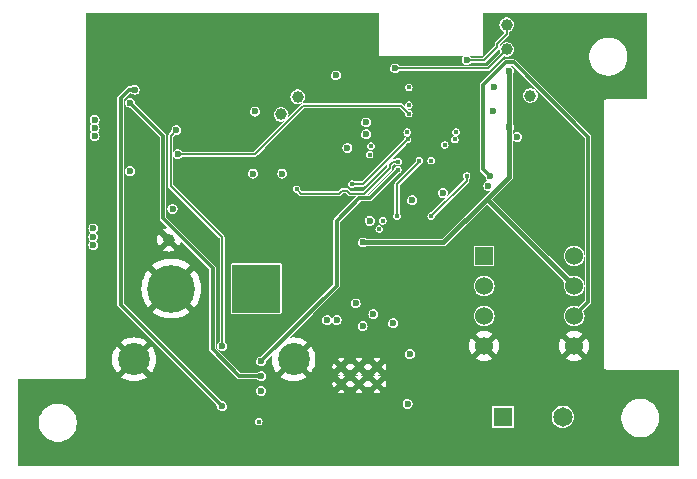
<source format=gbr>
%TF.GenerationSoftware,KiCad,Pcbnew,8.0.6*%
%TF.CreationDate,2025-09-09T16:11:22-07:00*%
%TF.ProjectId,Multimodal_Actuator_mk2,4d756c74-696d-46f6-9461-6c5f41637475,rev?*%
%TF.SameCoordinates,Original*%
%TF.FileFunction,Copper,L3,Inr*%
%TF.FilePolarity,Positive*%
%FSLAX46Y46*%
G04 Gerber Fmt 4.6, Leading zero omitted, Abs format (unit mm)*
G04 Created by KiCad (PCBNEW 8.0.6) date 2025-09-09 16:11:22*
%MOMM*%
%LPD*%
G01*
G04 APERTURE LIST*
%TA.AperFunction,ComponentPad*%
%ADD10R,1.524000X1.524000*%
%TD*%
%TA.AperFunction,ComponentPad*%
%ADD11C,1.524000*%
%TD*%
%TA.AperFunction,ComponentPad*%
%ADD12R,1.650000X1.650000*%
%TD*%
%TA.AperFunction,ComponentPad*%
%ADD13C,1.650000*%
%TD*%
%TA.AperFunction,HeatsinkPad*%
%ADD14C,0.500000*%
%TD*%
%TA.AperFunction,ComponentPad*%
%ADD15C,1.000000*%
%TD*%
%TA.AperFunction,ComponentPad*%
%ADD16R,4.050000X4.050000*%
%TD*%
%TA.AperFunction,ComponentPad*%
%ADD17C,4.050000*%
%TD*%
%TA.AperFunction,ComponentPad*%
%ADD18C,2.700000*%
%TD*%
%TA.AperFunction,ViaPad*%
%ADD19C,0.600000*%
%TD*%
%TA.AperFunction,ViaPad*%
%ADD20C,0.400000*%
%TD*%
%TA.AperFunction,Conductor*%
%ADD21C,0.300000*%
%TD*%
%TA.AperFunction,Conductor*%
%ADD22C,0.200000*%
%TD*%
%TA.AperFunction,Conductor*%
%ADD23C,0.210000*%
%TD*%
%TA.AperFunction,Conductor*%
%ADD24C,0.400000*%
%TD*%
G04 APERTURE END LIST*
D10*
%TO.N,Net-(U1005--RG)*%
%TO.C,U1005*%
X153780000Y-106380000D03*
D11*
%TO.N,/VB*%
X153780000Y-108920000D03*
%TO.N,Net-(U1005-+IN)*%
X153780000Y-111460000D03*
%TO.N,GND*%
X153780000Y-114000000D03*
X161400000Y-114000000D03*
%TO.N,/InAmpOutput*%
X161400000Y-111460000D03*
%TO.N,VCC*%
X161400000Y-108920000D03*
%TO.N,Net-(U1005-+RG)*%
X161400000Y-106380000D03*
%TD*%
D12*
%TO.N,/VA*%
%TO.C,P1001*%
X155360000Y-120000000D03*
D13*
%TO.N,Net-(U1005-+IN)*%
X160440000Y-120000000D03*
%TD*%
D14*
%TO.N,GND*%
%TO.C,U5001*%
X141700000Y-117250000D03*
X143200000Y-117250000D03*
X144700000Y-117250000D03*
X141700000Y-115750000D03*
X143200000Y-115750000D03*
X144700000Y-115750000D03*
%TD*%
D15*
%TO.N,Net-(U2001-SWDCLK)*%
%TO.C,TP2003*%
X155700000Y-88900000D03*
%TD*%
%TO.N,GND*%
%TO.C,TPGND2001*%
X127100000Y-105000000D03*
%TD*%
%TO.N,Net-(U2001-SWDIO)*%
%TO.C,TP2004*%
X155700000Y-86800000D03*
%TD*%
%TO.N,Net-(D2003-I{slash}O2)*%
%TO.C,TP2001*%
X136600000Y-94400000D03*
%TD*%
%TO.N,/Arduino_nano_Rev2/RESETN*%
%TO.C,TP2005*%
X157700000Y-92800000D03*
%TD*%
%TO.N,Net-(D2003-I{slash}O1)*%
%TO.C,TP2002*%
X138000000Y-92900000D03*
%TD*%
D16*
%TO.N,Vin*%
%TO.C,J1003*%
X134500000Y-109137500D03*
D17*
%TO.N,GND*%
X127300000Y-109137500D03*
D18*
X137650000Y-115137500D03*
X124150000Y-115137500D03*
%TD*%
D19*
%TO.N,GND*%
X144100000Y-102100000D03*
%TO.N,VUSB*%
X136700000Y-99400000D03*
X134200000Y-99400000D03*
%TO.N,GND*%
X144200000Y-94251728D03*
X152349998Y-98475002D03*
X135400000Y-121600000D03*
X142000000Y-87900000D03*
X133500000Y-96600000D03*
X156600000Y-97765000D03*
X150300000Y-91550000D03*
X148300000Y-91550000D03*
X141958741Y-101471331D03*
X141900000Y-109900000D03*
X133400000Y-100700000D03*
%TO.N,+3.3V*%
X144100000Y-103400000D03*
X120700000Y-105450000D03*
X120700000Y-104050000D03*
X120800000Y-95550000D03*
X120800000Y-96250000D03*
X120700000Y-104750000D03*
X141235400Y-91085400D03*
X120800000Y-94850000D03*
%TO.N,/Arduino_nano_Rev2/LG*%
X143800000Y-96075000D03*
%TO.N,/CLK*%
X134900000Y-115300000D03*
D20*
X146475000Y-99075000D03*
D19*
%TO.N,Net-(J6001-CS)*%
X124200000Y-92300000D03*
X131600000Y-119100000D03*
X147500000Y-114700000D03*
D20*
%TO.N,Net-(U2001-TRACE_D3{slash}GPIO_33)*%
X147279856Y-95900336D03*
D19*
%TO.N,Net-(JP2003-A)*%
X127400000Y-102400000D03*
X123800000Y-99200000D03*
%TO.N,/MCP4728_Quad_DAC/LDAC*%
X156600000Y-96300000D03*
%TO.N,/SDA*%
X154500000Y-94075000D03*
%TO.N,/SCL*%
X154600000Y-92075000D03*
%TO.N,Net-(D3001-A)*%
X142900000Y-110400000D03*
D20*
%TO.N,/Arduino_nano_Rev2/SDA1*%
X144092157Y-97807843D03*
X144900000Y-104100000D03*
%TO.N,/Arduino_nano_Rev2/SCL1*%
X145200000Y-103400000D03*
X144200000Y-97075000D03*
D19*
%TO.N,/Arduino_nano_Rev2/LR*%
X143800000Y-95075000D03*
D20*
%TO.N,/Arduino_nano_Rev2/LB*%
X150461677Y-96972468D03*
%TO.N,/BIN2*%
X151300000Y-96500000D03*
D19*
%TO.N,Net-(U5001-VCP)*%
X144400000Y-111300000D03*
D20*
%TO.N,/AIN1*%
X151400000Y-95900000D03*
D19*
X140500000Y-111800000D03*
X146080000Y-112071472D03*
%TO.N,/BIN1*%
X154148507Y-100435072D03*
%TO.N,/AIN2*%
X141300000Y-111800000D03*
%TO.N,Net-(U2001-SWDCLK)*%
X146250002Y-90500000D03*
D20*
%TO.N,Net-(JP2001-A)*%
X149300000Y-98300000D03*
D19*
%TO.N,/DO*%
X127860000Y-97760000D03*
D20*
X147400000Y-94325000D03*
D19*
%TO.N,/InAmpOutput*%
X154309988Y-99651537D03*
D20*
%TO.N,Net-(JP2002-A)*%
X146400000Y-103000000D03*
X148300000Y-98300000D03*
D19*
%TO.N,/DI*%
X134900000Y-117800000D03*
D20*
X147400000Y-93600000D03*
%TO.N,Net-(U2001-VBUS)*%
X146500000Y-98400000D03*
X137900000Y-100700000D03*
%TO.N,/Arduino_nano_Rev2/D8*%
X152300000Y-99600000D03*
X149300000Y-103000000D03*
D19*
%TO.N,VDD_ENV*%
X147700000Y-101650000D03*
%TO.N,Net-(U2001-SWDIO)*%
X152300000Y-89800000D03*
D20*
%TO.N,/CS*%
X147400000Y-92100000D03*
X134700000Y-120400000D03*
D19*
%TO.N,/Arduino_nano_Rev2/BMI270_INT2*%
X150300000Y-101030000D03*
D20*
%TO.N,/Arduino_nano_Rev2/BMI270_INT1*%
X147300000Y-96500000D03*
X142600000Y-100300000D03*
D19*
%TO.N,Net-(D6002-A)*%
X147300000Y-118900000D03*
%TO.N,Net-(J6001-DATA_IN)*%
X123800000Y-93400000D03*
X134900000Y-116565000D03*
%TO.N,Net-(J6001-SCLK)*%
X127724296Y-95726140D03*
X131600000Y-114000000D03*
%TO.N,Net-(U2004-D)*%
X142212900Y-97234412D03*
%TO.N,VCC*%
X155900000Y-95500000D03*
X143500000Y-112324794D03*
X155900000Y-90700000D03*
X143540000Y-105237587D03*
X134400000Y-94150000D03*
%TD*%
D21*
%TO.N,/CLK*%
X141300000Y-103400000D02*
X141300000Y-108900000D01*
X144080000Y-101470000D02*
X143230000Y-101470000D01*
X141300000Y-108900000D02*
X134900000Y-115300000D01*
X146475000Y-99075000D02*
X144080000Y-101470000D01*
X143230000Y-101470000D02*
X141300000Y-103400000D01*
%TO.N,Net-(J6001-CS)*%
X123000000Y-110500000D02*
X131600000Y-119100000D01*
X123000000Y-93001471D02*
X123000000Y-110500000D01*
X123701471Y-92300000D02*
X123000000Y-93001471D01*
X124200000Y-92300000D02*
X123701471Y-92300000D01*
D22*
%TO.N,Net-(U2001-SWDCLK)*%
X154100000Y-90500000D02*
X155700000Y-88900000D01*
X146250002Y-90500000D02*
X154100000Y-90500000D01*
%TO.N,/DO*%
X138479643Y-93651728D02*
X134371371Y-97760000D01*
X146726728Y-93651728D02*
X138479643Y-93651728D01*
X134371371Y-97760000D02*
X127860000Y-97760000D01*
X147400000Y-94325000D02*
X146726728Y-93651728D01*
D21*
%TO.N,/InAmpOutput*%
X162600000Y-110260000D02*
X161400000Y-111460000D01*
X162600000Y-96300000D02*
X162600000Y-110260000D01*
X156300000Y-90000000D02*
X162600000Y-96300000D01*
X154309988Y-99651537D02*
X153700000Y-99041549D01*
X155600000Y-90000000D02*
X156300000Y-90000000D01*
X153700000Y-99041549D02*
X153700000Y-91900000D01*
X153700000Y-91900000D02*
X155600000Y-90000000D01*
D22*
%TO.N,Net-(JP2002-A)*%
X146400000Y-100300000D02*
X146400000Y-103000000D01*
X148300000Y-98400000D02*
X146400000Y-100300000D01*
%TO.N,Net-(U2001-VBUS)*%
X138300000Y-101100000D02*
X141481543Y-101100000D01*
X145800000Y-98700000D02*
X146100000Y-98400000D01*
X142207270Y-100871331D02*
X142435939Y-101100000D01*
X143651471Y-101100000D02*
X145800000Y-98951471D01*
X141710212Y-100871331D02*
X142207270Y-100871331D01*
X146100000Y-98400000D02*
X146500000Y-98400000D01*
X142435939Y-101100000D02*
X143651471Y-101100000D01*
X137900000Y-100700000D02*
X138300000Y-101100000D01*
X141481543Y-101100000D02*
X141710212Y-100871331D01*
X145800000Y-98951471D02*
X145800000Y-98700000D01*
%TO.N,/Arduino_nano_Rev2/D8*%
X152300000Y-100000000D02*
X149300000Y-103000000D01*
X152300000Y-99600000D02*
X152300000Y-100000000D01*
%TO.N,Net-(U2001-SWDIO)*%
X153800000Y-89800000D02*
X154900000Y-88700000D01*
X154900000Y-88700000D02*
X154900000Y-88400000D01*
X154900000Y-88400000D02*
X155700000Y-87600000D01*
X152300000Y-89800000D02*
X153800000Y-89800000D01*
X155700000Y-87600000D02*
X155700000Y-86800000D01*
D23*
%TO.N,/Arduino_nano_Rev2/BMI270_INT1*%
X142600000Y-100300000D02*
X143500000Y-100300000D01*
X143500000Y-100300000D02*
X147300000Y-96500000D01*
D21*
%TO.N,Net-(J6001-DATA_IN)*%
X126600000Y-103200000D02*
X130800000Y-107400000D01*
X123800000Y-93400000D02*
X126600000Y-96200000D01*
X126600000Y-96200000D02*
X126600000Y-103200000D01*
X133065000Y-116565000D02*
X134900000Y-116565000D01*
X130800000Y-114300000D02*
X133065000Y-116565000D01*
X130800000Y-107400000D02*
X130800000Y-114300000D01*
D22*
%TO.N,Net-(J6001-SCLK)*%
X127260000Y-100460000D02*
X131600000Y-104800000D01*
X131600000Y-104800000D02*
X131600000Y-114000000D01*
X127724296Y-95726140D02*
X127260000Y-96190436D01*
X127260000Y-96190436D02*
X127260000Y-100460000D01*
D24*
%TO.N,VCC*%
X154036765Y-101536765D02*
X150335942Y-105237587D01*
X155900000Y-95500000D02*
X155900000Y-99673529D01*
X161400000Y-108920000D02*
X154036765Y-101556765D01*
X155900000Y-99673529D02*
X154036765Y-101536765D01*
X155900000Y-90700000D02*
X155900000Y-95500000D01*
X150335942Y-105237587D02*
X143540000Y-105237587D01*
D22*
X154036765Y-101556765D02*
X154036765Y-101536765D01*
%TD*%
%TA.AperFunction,Conductor*%
%TO.N,GND*%
G36*
X144896632Y-85803868D02*
G01*
X144900000Y-85812000D01*
X144900000Y-89450000D01*
X152027558Y-89450000D01*
X152035690Y-89453368D01*
X152039058Y-89461500D01*
X152035690Y-89469632D01*
X151955567Y-89549754D01*
X151943610Y-89573221D01*
X151895095Y-89668438D01*
X151895094Y-89668439D01*
X151895094Y-89668441D01*
X151895093Y-89668444D01*
X151874258Y-89799997D01*
X151874258Y-89800002D01*
X151895093Y-89931555D01*
X151895094Y-89931558D01*
X151895095Y-89931562D01*
X151955567Y-90050245D01*
X152049755Y-90144433D01*
X152168438Y-90204905D01*
X152168443Y-90204905D01*
X152168444Y-90204906D01*
X152299997Y-90225742D01*
X152300000Y-90225742D01*
X152300003Y-90225742D01*
X152407067Y-90208784D01*
X152431562Y-90204905D01*
X152550245Y-90144433D01*
X152644433Y-90050245D01*
X152644435Y-90050242D01*
X152656391Y-90026779D01*
X152663084Y-90021063D01*
X152666637Y-90020500D01*
X153843858Y-90020500D01*
X153843860Y-90020500D01*
X153924903Y-89986931D01*
X155060100Y-88851732D01*
X155068231Y-88848365D01*
X155076363Y-88851733D01*
X155079731Y-88859865D01*
X155079647Y-88861251D01*
X155074943Y-88899998D01*
X155074943Y-88900001D01*
X155093105Y-89049583D01*
X155093106Y-89049586D01*
X155120901Y-89122874D01*
X155130470Y-89148105D01*
X155130204Y-89156903D01*
X155127849Y-89160315D01*
X154012034Y-90276132D01*
X154003902Y-90279500D01*
X146616639Y-90279500D01*
X146608507Y-90276132D01*
X146606393Y-90273221D01*
X146594437Y-90249757D01*
X146500247Y-90155567D01*
X146478393Y-90144432D01*
X146381564Y-90095095D01*
X146381561Y-90095094D01*
X146381560Y-90095094D01*
X146381557Y-90095093D01*
X146250005Y-90074258D01*
X146249999Y-90074258D01*
X146118446Y-90095093D01*
X146118443Y-90095094D01*
X146118441Y-90095094D01*
X146118440Y-90095095D01*
X146073061Y-90118217D01*
X145999756Y-90155567D01*
X145905569Y-90249754D01*
X145894999Y-90270500D01*
X145845097Y-90368438D01*
X145845096Y-90368439D01*
X145845096Y-90368441D01*
X145845095Y-90368444D01*
X145824260Y-90499997D01*
X145824260Y-90500002D01*
X145845095Y-90631555D01*
X145845096Y-90631558D01*
X145845097Y-90631562D01*
X145905569Y-90750245D01*
X145999757Y-90844433D01*
X146118440Y-90904905D01*
X146118445Y-90904905D01*
X146118446Y-90904906D01*
X146249999Y-90925742D01*
X146250002Y-90925742D01*
X146250005Y-90925742D01*
X146357069Y-90908784D01*
X146381564Y-90904905D01*
X146500247Y-90844433D01*
X146594435Y-90750245D01*
X146594437Y-90750242D01*
X146606393Y-90726779D01*
X146613086Y-90721063D01*
X146616639Y-90720500D01*
X154143858Y-90720500D01*
X154143860Y-90720500D01*
X154224903Y-90686931D01*
X155438951Y-89472881D01*
X155447082Y-89469514D01*
X155452425Y-89470830D01*
X155478352Y-89484438D01*
X155624658Y-89520500D01*
X155624661Y-89520500D01*
X155775339Y-89520500D01*
X155775342Y-89520500D01*
X155921648Y-89484438D01*
X156055073Y-89414412D01*
X156101537Y-89373248D01*
X162689500Y-89373248D01*
X162689500Y-89626751D01*
X162729155Y-89877123D01*
X162807489Y-90118213D01*
X162807490Y-90118216D01*
X162807491Y-90118217D01*
X162922577Y-90344086D01*
X163071579Y-90549170D01*
X163250830Y-90728421D01*
X163455914Y-90877423D01*
X163681783Y-90992509D01*
X163922874Y-91070844D01*
X164048062Y-91090672D01*
X164173249Y-91110500D01*
X164173251Y-91110500D01*
X164426751Y-91110500D01*
X164526899Y-91094637D01*
X164677126Y-91070844D01*
X164918217Y-90992509D01*
X165144086Y-90877423D01*
X165349170Y-90728421D01*
X165528421Y-90549170D01*
X165677423Y-90344086D01*
X165792509Y-90118217D01*
X165870844Y-89877126D01*
X165910500Y-89626749D01*
X165910500Y-89373251D01*
X165901192Y-89314486D01*
X165876774Y-89160315D01*
X165870844Y-89122874D01*
X165792509Y-88881783D01*
X165677423Y-88655914D01*
X165528421Y-88450830D01*
X165349170Y-88271579D01*
X165144086Y-88122577D01*
X164918217Y-88007491D01*
X164918216Y-88007490D01*
X164918213Y-88007489D01*
X164677123Y-87929155D01*
X164426751Y-87889500D01*
X164426749Y-87889500D01*
X164173251Y-87889500D01*
X164173249Y-87889500D01*
X163922876Y-87929155D01*
X163681786Y-88007489D01*
X163455912Y-88122578D01*
X163250830Y-88271579D01*
X163071579Y-88450830D01*
X162922578Y-88655912D01*
X162807489Y-88881786D01*
X162729155Y-89122876D01*
X162689500Y-89373248D01*
X156101537Y-89373248D01*
X156167862Y-89314489D01*
X156253460Y-89190478D01*
X156306894Y-89049586D01*
X156325057Y-88900000D01*
X156322845Y-88881786D01*
X156306894Y-88750416D01*
X156306894Y-88750414D01*
X156253460Y-88609522D01*
X156167862Y-88485511D01*
X156167859Y-88485508D01*
X156167857Y-88485506D01*
X156055075Y-88385590D01*
X156055073Y-88385588D01*
X155921648Y-88315562D01*
X155775342Y-88279500D01*
X155624658Y-88279500D01*
X155478352Y-88315562D01*
X155478350Y-88315563D01*
X155344928Y-88385587D01*
X155344924Y-88385590D01*
X155232142Y-88485506D01*
X155232136Y-88485513D01*
X155224830Y-88496098D01*
X155146540Y-88609522D01*
X155144300Y-88615430D01*
X155142753Y-88619508D01*
X155136719Y-88625917D01*
X155127922Y-88626183D01*
X155121513Y-88620149D01*
X155120500Y-88615430D01*
X155120500Y-88496098D01*
X155123868Y-88487966D01*
X155489257Y-88122577D01*
X155886931Y-87724903D01*
X155920500Y-87643860D01*
X155920500Y-87556139D01*
X155920500Y-87391992D01*
X155923868Y-87383860D01*
X155926653Y-87381811D01*
X156055073Y-87314412D01*
X156167862Y-87214489D01*
X156253460Y-87090478D01*
X156306894Y-86949586D01*
X156325057Y-86800000D01*
X156306894Y-86650414D01*
X156253460Y-86509522D01*
X156167862Y-86385511D01*
X156167859Y-86385508D01*
X156167857Y-86385506D01*
X156055075Y-86285590D01*
X156055073Y-86285588D01*
X155921648Y-86215562D01*
X155775342Y-86179500D01*
X155624658Y-86179500D01*
X155478352Y-86215562D01*
X155478350Y-86215563D01*
X155344928Y-86285587D01*
X155344924Y-86285590D01*
X155232142Y-86385506D01*
X155232136Y-86385513D01*
X155146540Y-86509522D01*
X155093106Y-86650415D01*
X155093105Y-86650416D01*
X155074943Y-86799998D01*
X155074943Y-86800001D01*
X155093105Y-86949583D01*
X155093106Y-86949586D01*
X155146540Y-87090478D01*
X155232138Y-87214489D01*
X155232140Y-87214491D01*
X155232142Y-87214493D01*
X155296588Y-87271587D01*
X155344927Y-87314412D01*
X155473344Y-87381810D01*
X155478979Y-87388571D01*
X155479500Y-87391992D01*
X155479500Y-87503902D01*
X155476132Y-87512034D01*
X154713070Y-88275095D01*
X154713069Y-88275096D01*
X154713069Y-88275097D01*
X154696308Y-88315563D01*
X154679500Y-88356141D01*
X154679500Y-88603902D01*
X154676132Y-88612034D01*
X153712034Y-89576132D01*
X153703902Y-89579500D01*
X152666637Y-89579500D01*
X152658505Y-89576132D01*
X152656391Y-89573221D01*
X152644435Y-89549757D01*
X152564310Y-89469632D01*
X152560942Y-89461500D01*
X152564310Y-89453368D01*
X152572442Y-89450000D01*
X153699999Y-89450000D01*
X153700000Y-89450000D01*
X153700000Y-85812000D01*
X153703368Y-85803868D01*
X153711500Y-85800500D01*
X164160438Y-85800500D01*
X167588000Y-85800500D01*
X167596132Y-85803868D01*
X167599500Y-85812000D01*
X167599500Y-93088000D01*
X167596132Y-93096132D01*
X167588000Y-93099500D01*
X164160438Y-93099500D01*
X164084012Y-93119978D01*
X164015489Y-93159539D01*
X163959539Y-93215489D01*
X163919978Y-93284012D01*
X163910829Y-93318157D01*
X163899500Y-93360438D01*
X163899500Y-115660438D01*
X163899500Y-115739562D01*
X163919979Y-115815989D01*
X163959540Y-115884511D01*
X164015489Y-115940460D01*
X164084011Y-115980021D01*
X164160438Y-116000500D01*
X170288000Y-116000500D01*
X170296132Y-116003868D01*
X170299500Y-116012000D01*
X170299500Y-124188000D01*
X170296132Y-124196132D01*
X170288000Y-124199500D01*
X114312000Y-124199500D01*
X114303868Y-124196132D01*
X114300500Y-124188000D01*
X114300500Y-120373248D01*
X116089500Y-120373248D01*
X116089500Y-120626751D01*
X116129155Y-120877123D01*
X116207489Y-121118213D01*
X116207490Y-121118216D01*
X116207491Y-121118217D01*
X116322577Y-121344086D01*
X116471579Y-121549170D01*
X116650830Y-121728421D01*
X116855914Y-121877423D01*
X117081783Y-121992509D01*
X117322874Y-122070844D01*
X117448062Y-122090672D01*
X117573249Y-122110500D01*
X117573251Y-122110500D01*
X117826751Y-122110500D01*
X117926899Y-122094637D01*
X118077126Y-122070844D01*
X118318217Y-121992509D01*
X118544086Y-121877423D01*
X118749170Y-121728421D01*
X118928421Y-121549170D01*
X119077423Y-121344086D01*
X119192509Y-121118217D01*
X119270844Y-120877126D01*
X119310500Y-120626749D01*
X119310500Y-120399998D01*
X134374556Y-120399998D01*
X134374556Y-120400001D01*
X134394181Y-120511305D01*
X134394182Y-120511307D01*
X134450695Y-120609191D01*
X134537278Y-120681843D01*
X134566808Y-120692591D01*
X134643481Y-120720499D01*
X134643487Y-120720500D01*
X134756513Y-120720500D01*
X134756518Y-120720499D01*
X134809617Y-120701171D01*
X134862722Y-120681843D01*
X134949305Y-120609191D01*
X135005817Y-120511308D01*
X135011845Y-120477126D01*
X135025444Y-120400001D01*
X135025444Y-120399998D01*
X135005818Y-120288694D01*
X135005817Y-120288692D01*
X134970056Y-120226751D01*
X134949305Y-120190809D01*
X134862722Y-120118157D01*
X134862720Y-120118156D01*
X134862717Y-120118155D01*
X134756518Y-120079500D01*
X134756513Y-120079500D01*
X134643487Y-120079500D01*
X134643481Y-120079500D01*
X134537282Y-120118155D01*
X134537279Y-120118156D01*
X134450695Y-120190808D01*
X134394182Y-120288692D01*
X134394181Y-120288694D01*
X134374556Y-120399998D01*
X119310500Y-120399998D01*
X119310500Y-120373251D01*
X119308968Y-120363581D01*
X119270844Y-120122876D01*
X119270844Y-120122874D01*
X119192509Y-119881783D01*
X119077423Y-119655914D01*
X118928421Y-119450830D01*
X118749170Y-119271579D01*
X118544086Y-119122577D01*
X118318217Y-119007491D01*
X118318216Y-119007490D01*
X118318213Y-119007489D01*
X118077123Y-118929155D01*
X117826751Y-118889500D01*
X117826749Y-118889500D01*
X117573251Y-118889500D01*
X117573249Y-118889500D01*
X117322876Y-118929155D01*
X117081786Y-119007489D01*
X116855912Y-119122578D01*
X116650830Y-119271579D01*
X116471579Y-119450830D01*
X116322578Y-119655912D01*
X116207489Y-119881786D01*
X116129155Y-120122876D01*
X116089500Y-120373248D01*
X114300500Y-120373248D01*
X114300500Y-116812000D01*
X114303868Y-116803868D01*
X114312000Y-116800500D01*
X119839562Y-116800500D01*
X119915989Y-116780021D01*
X119984511Y-116740460D01*
X120040460Y-116684511D01*
X120080021Y-116615989D01*
X120100500Y-116539562D01*
X120100500Y-115137500D01*
X122295274Y-115137500D01*
X122314152Y-115401454D01*
X122314153Y-115401461D01*
X122370400Y-115660026D01*
X122370402Y-115660033D01*
X122462880Y-115907976D01*
X122462889Y-115907994D01*
X122589700Y-116140232D01*
X122589708Y-116140244D01*
X122677038Y-116256905D01*
X123359520Y-115574422D01*
X123450924Y-115711217D01*
X123576283Y-115836576D01*
X123713075Y-115927977D01*
X123030593Y-116610460D01*
X123147255Y-116697791D01*
X123147267Y-116697799D01*
X123379505Y-116824610D01*
X123379523Y-116824619D01*
X123627466Y-116917097D01*
X123627473Y-116917099D01*
X123886038Y-116973346D01*
X123886045Y-116973347D01*
X124150000Y-116992225D01*
X124413954Y-116973347D01*
X124413961Y-116973346D01*
X124672526Y-116917099D01*
X124672533Y-116917097D01*
X124920476Y-116824619D01*
X124920494Y-116824610D01*
X125152732Y-116697799D01*
X125152744Y-116697791D01*
X125269405Y-116610460D01*
X124586923Y-115927978D01*
X124723717Y-115836576D01*
X124849076Y-115711217D01*
X124940478Y-115574423D01*
X125622960Y-116256905D01*
X125710291Y-116140244D01*
X125710299Y-116140232D01*
X125837110Y-115907994D01*
X125837119Y-115907976D01*
X125929597Y-115660033D01*
X125929599Y-115660026D01*
X125985846Y-115401461D01*
X125985847Y-115401454D01*
X126004725Y-115137500D01*
X125985847Y-114873545D01*
X125985846Y-114873538D01*
X125929599Y-114614973D01*
X125929597Y-114614966D01*
X125837119Y-114367023D01*
X125837110Y-114367005D01*
X125710299Y-114134767D01*
X125710291Y-114134755D01*
X125622960Y-114018093D01*
X124940477Y-114700575D01*
X124849076Y-114563783D01*
X124723717Y-114438424D01*
X124586922Y-114347020D01*
X125269405Y-113664538D01*
X125152744Y-113577208D01*
X125152732Y-113577200D01*
X124920494Y-113450389D01*
X124920476Y-113450380D01*
X124672533Y-113357902D01*
X124672526Y-113357900D01*
X124413961Y-113301653D01*
X124413954Y-113301652D01*
X124150000Y-113282774D01*
X123886045Y-113301652D01*
X123886038Y-113301653D01*
X123627473Y-113357900D01*
X123627466Y-113357902D01*
X123379523Y-113450380D01*
X123379505Y-113450389D01*
X123147267Y-113577200D01*
X123147255Y-113577208D01*
X123030593Y-113664538D01*
X123713076Y-114347021D01*
X123576283Y-114438424D01*
X123450924Y-114563783D01*
X123359521Y-114700576D01*
X122677038Y-114018093D01*
X122589708Y-114134755D01*
X122589700Y-114134767D01*
X122462889Y-114367005D01*
X122462880Y-114367023D01*
X122370402Y-114614966D01*
X122370400Y-114614973D01*
X122314153Y-114873538D01*
X122314152Y-114873545D01*
X122295274Y-115137500D01*
X120100500Y-115137500D01*
X120100500Y-110553804D01*
X122729499Y-110553804D01*
X122729500Y-110553806D01*
X122751948Y-110608000D01*
X122770681Y-110653226D01*
X122770682Y-110653227D01*
X131176021Y-119058566D01*
X131179389Y-119066698D01*
X131179247Y-119068497D01*
X131174258Y-119099997D01*
X131174258Y-119100002D01*
X131195093Y-119231555D01*
X131195094Y-119231558D01*
X131195095Y-119231562D01*
X131255567Y-119350245D01*
X131349755Y-119444433D01*
X131468438Y-119504905D01*
X131468443Y-119504905D01*
X131468444Y-119504906D01*
X131599997Y-119525742D01*
X131600000Y-119525742D01*
X131600003Y-119525742D01*
X131707067Y-119508784D01*
X131731562Y-119504905D01*
X131850245Y-119444433D01*
X131944433Y-119350245D01*
X132004905Y-119231562D01*
X132021310Y-119127983D01*
X132025742Y-119100002D01*
X132025742Y-119099997D01*
X132004906Y-118968444D01*
X132004905Y-118968441D01*
X132004905Y-118968438D01*
X131970033Y-118899997D01*
X146874258Y-118899997D01*
X146874258Y-118900002D01*
X146895093Y-119031555D01*
X146895094Y-119031558D01*
X146895095Y-119031562D01*
X146955567Y-119150245D01*
X147049755Y-119244433D01*
X147168438Y-119304905D01*
X147168443Y-119304905D01*
X147168444Y-119304906D01*
X147299997Y-119325742D01*
X147300000Y-119325742D01*
X147300003Y-119325742D01*
X147407067Y-119308784D01*
X147431562Y-119304905D01*
X147550245Y-119244433D01*
X147631548Y-119163130D01*
X154414500Y-119163130D01*
X154414500Y-120836870D01*
X154421491Y-120872017D01*
X154421492Y-120872018D01*
X154448122Y-120911874D01*
X154448124Y-120911876D01*
X154487983Y-120938509D01*
X154523130Y-120945500D01*
X154523131Y-120945500D01*
X156196869Y-120945500D01*
X156196870Y-120945500D01*
X156232017Y-120938509D01*
X156271876Y-120911876D01*
X156298509Y-120872017D01*
X156305500Y-120836870D01*
X156305500Y-120000000D01*
X159489925Y-120000000D01*
X159508180Y-120185350D01*
X159508180Y-120185352D01*
X159508181Y-120185354D01*
X159562243Y-120363571D01*
X159562246Y-120363581D01*
X159641209Y-120511308D01*
X159650042Y-120527833D01*
X159768196Y-120671804D01*
X159912167Y-120789958D01*
X159912169Y-120789959D01*
X160075239Y-120877123D01*
X160076422Y-120877755D01*
X160254650Y-120931820D01*
X160440000Y-120950075D01*
X160625350Y-120931820D01*
X160803578Y-120877755D01*
X160967833Y-120789958D01*
X161111804Y-120671804D01*
X161229958Y-120527833D01*
X161317755Y-120363578D01*
X161371820Y-120185350D01*
X161390075Y-120000000D01*
X161387440Y-119973248D01*
X165389500Y-119973248D01*
X165389500Y-120226751D01*
X165429155Y-120477123D01*
X165507489Y-120718213D01*
X165507490Y-120718216D01*
X165507491Y-120718217D01*
X165622577Y-120944086D01*
X165771579Y-121149170D01*
X165950830Y-121328421D01*
X166155914Y-121477423D01*
X166381783Y-121592509D01*
X166622874Y-121670844D01*
X166748062Y-121690672D01*
X166873249Y-121710500D01*
X166873251Y-121710500D01*
X167126751Y-121710500D01*
X167226899Y-121694637D01*
X167377126Y-121670844D01*
X167618217Y-121592509D01*
X167844086Y-121477423D01*
X168049170Y-121328421D01*
X168228421Y-121149170D01*
X168377423Y-120944086D01*
X168492509Y-120718217D01*
X168570844Y-120477126D01*
X168610500Y-120226749D01*
X168610500Y-119973251D01*
X168570844Y-119722874D01*
X168492509Y-119481783D01*
X168377423Y-119255914D01*
X168228421Y-119050830D01*
X168049170Y-118871579D01*
X167844086Y-118722577D01*
X167618217Y-118607491D01*
X167618216Y-118607490D01*
X167618213Y-118607489D01*
X167377123Y-118529155D01*
X167126751Y-118489500D01*
X167126749Y-118489500D01*
X166873251Y-118489500D01*
X166873249Y-118489500D01*
X166622876Y-118529155D01*
X166381786Y-118607489D01*
X166155912Y-118722578D01*
X165950830Y-118871579D01*
X165771579Y-119050830D01*
X165622578Y-119255912D01*
X165507489Y-119481786D01*
X165429155Y-119722876D01*
X165389500Y-119973248D01*
X161387440Y-119973248D01*
X161371820Y-119814650D01*
X161317755Y-119636422D01*
X161229958Y-119472167D01*
X161111804Y-119328196D01*
X160967833Y-119210042D01*
X160967831Y-119210041D01*
X160967830Y-119210040D01*
X160803581Y-119122246D01*
X160803571Y-119122243D01*
X160625354Y-119068181D01*
X160625352Y-119068180D01*
X160625350Y-119068180D01*
X160440000Y-119049925D01*
X160254650Y-119068180D01*
X160254647Y-119068180D01*
X160254645Y-119068181D01*
X160076428Y-119122243D01*
X160076418Y-119122246D01*
X159912169Y-119210040D01*
X159768196Y-119328196D01*
X159650040Y-119472169D01*
X159562246Y-119636418D01*
X159562243Y-119636428D01*
X159508181Y-119814645D01*
X159508180Y-119814647D01*
X159508180Y-119814650D01*
X159489925Y-120000000D01*
X156305500Y-120000000D01*
X156305500Y-119163130D01*
X156298509Y-119127983D01*
X156271876Y-119088124D01*
X156271874Y-119088122D01*
X156239810Y-119066698D01*
X156232017Y-119061491D01*
X156232014Y-119061490D01*
X156232013Y-119061490D01*
X156214202Y-119057947D01*
X156196870Y-119054500D01*
X154523130Y-119054500D01*
X154511522Y-119056808D01*
X154487986Y-119061490D01*
X154487981Y-119061492D01*
X154448125Y-119088122D01*
X154448122Y-119088125D01*
X154421492Y-119127981D01*
X154421491Y-119127983D01*
X154414500Y-119163130D01*
X147631548Y-119163130D01*
X147644433Y-119150245D01*
X147704905Y-119031562D01*
X147721124Y-118929156D01*
X147725742Y-118900002D01*
X147725742Y-118899997D01*
X147704906Y-118768444D01*
X147704905Y-118768441D01*
X147704905Y-118768438D01*
X147644433Y-118649755D01*
X147550245Y-118555567D01*
X147431562Y-118495095D01*
X147431559Y-118495094D01*
X147431558Y-118495094D01*
X147431555Y-118495093D01*
X147300003Y-118474258D01*
X147299997Y-118474258D01*
X147168444Y-118495093D01*
X147168441Y-118495094D01*
X147168439Y-118495094D01*
X147168438Y-118495095D01*
X147108008Y-118525885D01*
X147049754Y-118555567D01*
X146955567Y-118649754D01*
X146940540Y-118679247D01*
X146895095Y-118768438D01*
X146895094Y-118768439D01*
X146895094Y-118768441D01*
X146895093Y-118768444D01*
X146874258Y-118899997D01*
X131970033Y-118899997D01*
X131944433Y-118849755D01*
X131850245Y-118755567D01*
X131731562Y-118695095D01*
X131731559Y-118695094D01*
X131731558Y-118695094D01*
X131731555Y-118695093D01*
X131600003Y-118674258D01*
X131599997Y-118674258D01*
X131568497Y-118679247D01*
X131559938Y-118677193D01*
X131558566Y-118676021D01*
X130682542Y-117799997D01*
X134474258Y-117799997D01*
X134474258Y-117800002D01*
X134495093Y-117931555D01*
X134495094Y-117931558D01*
X134495095Y-117931562D01*
X134555567Y-118050245D01*
X134649755Y-118144433D01*
X134768438Y-118204905D01*
X134768443Y-118204905D01*
X134768444Y-118204906D01*
X134899997Y-118225742D01*
X134900000Y-118225742D01*
X134900003Y-118225742D01*
X135007067Y-118208784D01*
X135031562Y-118204905D01*
X135150245Y-118144433D01*
X135244433Y-118050245D01*
X135304905Y-117931562D01*
X135305110Y-117930266D01*
X141373285Y-117930266D01*
X141532050Y-117985821D01*
X141700000Y-118004745D01*
X141867949Y-117985821D01*
X142026712Y-117930266D01*
X142873285Y-117930266D01*
X143032050Y-117985821D01*
X143200000Y-118004745D01*
X143367949Y-117985821D01*
X143526712Y-117930266D01*
X144373285Y-117930266D01*
X144532050Y-117985821D01*
X144700000Y-118004745D01*
X144867949Y-117985821D01*
X145026712Y-117930266D01*
X144699999Y-117603553D01*
X144373285Y-117930266D01*
X143526712Y-117930266D01*
X143199999Y-117603553D01*
X142873285Y-117930266D01*
X142026712Y-117930266D01*
X141699999Y-117603553D01*
X141373285Y-117930266D01*
X135305110Y-117930266D01*
X135325742Y-117800000D01*
X135304905Y-117668438D01*
X135244433Y-117549755D01*
X135150245Y-117455567D01*
X135031562Y-117395095D01*
X135031559Y-117395094D01*
X135031558Y-117395094D01*
X135031555Y-117395093D01*
X134900003Y-117374258D01*
X134899997Y-117374258D01*
X134768444Y-117395093D01*
X134768441Y-117395094D01*
X134768439Y-117395094D01*
X134768438Y-117395095D01*
X134708008Y-117425885D01*
X134649754Y-117455567D01*
X134555567Y-117549754D01*
X134528156Y-117603553D01*
X134495095Y-117668438D01*
X134495094Y-117668439D01*
X134495094Y-117668441D01*
X134495093Y-117668444D01*
X134474258Y-117799997D01*
X130682542Y-117799997D01*
X130132545Y-117250000D01*
X140945254Y-117250000D01*
X140964178Y-117417949D01*
X141019732Y-117576712D01*
X141346446Y-117250000D01*
X141326555Y-117230109D01*
X141600000Y-117230109D01*
X141600000Y-117269891D01*
X141615224Y-117306645D01*
X141643355Y-117334776D01*
X141680109Y-117350000D01*
X141719891Y-117350000D01*
X141756645Y-117334776D01*
X141784776Y-117306645D01*
X141800000Y-117269891D01*
X141800000Y-117249999D01*
X142053553Y-117249999D01*
X142380266Y-117576712D01*
X142435821Y-117417949D01*
X142438572Y-117393543D01*
X142442830Y-117385840D01*
X142451288Y-117383403D01*
X142458991Y-117387661D01*
X142461428Y-117393543D01*
X142464178Y-117417949D01*
X142519732Y-117576712D01*
X142846445Y-117249999D01*
X142826555Y-117230109D01*
X143100000Y-117230109D01*
X143100000Y-117269891D01*
X143115224Y-117306645D01*
X143143355Y-117334776D01*
X143180109Y-117350000D01*
X143219891Y-117350000D01*
X143256645Y-117334776D01*
X143284776Y-117306645D01*
X143300000Y-117269891D01*
X143300000Y-117249999D01*
X143553553Y-117249999D01*
X143880266Y-117576712D01*
X143935821Y-117417949D01*
X143938572Y-117393543D01*
X143942830Y-117385840D01*
X143951288Y-117383403D01*
X143958991Y-117387661D01*
X143961428Y-117393543D01*
X143964178Y-117417949D01*
X144019732Y-117576712D01*
X144346445Y-117249999D01*
X144326555Y-117230109D01*
X144600000Y-117230109D01*
X144600000Y-117269891D01*
X144615224Y-117306645D01*
X144643355Y-117334776D01*
X144680109Y-117350000D01*
X144719891Y-117350000D01*
X144756645Y-117334776D01*
X144784776Y-117306645D01*
X144800000Y-117269891D01*
X144800000Y-117249999D01*
X145053553Y-117249999D01*
X145380266Y-117576712D01*
X145435821Y-117417949D01*
X145454745Y-117250000D01*
X145435821Y-117082050D01*
X145380266Y-116923285D01*
X145053553Y-117249999D01*
X144800000Y-117249999D01*
X144800000Y-117230109D01*
X144784776Y-117193355D01*
X144756645Y-117165224D01*
X144719891Y-117150000D01*
X144680109Y-117150000D01*
X144643355Y-117165224D01*
X144615224Y-117193355D01*
X144600000Y-117230109D01*
X144326555Y-117230109D01*
X144019732Y-116923286D01*
X143964178Y-117082050D01*
X143961428Y-117106456D01*
X143957170Y-117114159D01*
X143948712Y-117116596D01*
X143941009Y-117112338D01*
X143938572Y-117106456D01*
X143935821Y-117082050D01*
X143880266Y-116923285D01*
X143553553Y-117249999D01*
X143300000Y-117249999D01*
X143300000Y-117230109D01*
X143284776Y-117193355D01*
X143256645Y-117165224D01*
X143219891Y-117150000D01*
X143180109Y-117150000D01*
X143143355Y-117165224D01*
X143115224Y-117193355D01*
X143100000Y-117230109D01*
X142826555Y-117230109D01*
X142519732Y-116923286D01*
X142464178Y-117082050D01*
X142461428Y-117106456D01*
X142457170Y-117114159D01*
X142448712Y-117116596D01*
X142441009Y-117112338D01*
X142438572Y-117106456D01*
X142435821Y-117082050D01*
X142380266Y-116923285D01*
X142053553Y-117249999D01*
X141800000Y-117249999D01*
X141800000Y-117230109D01*
X141784776Y-117193355D01*
X141756645Y-117165224D01*
X141719891Y-117150000D01*
X141680109Y-117150000D01*
X141643355Y-117165224D01*
X141615224Y-117193355D01*
X141600000Y-117230109D01*
X141326555Y-117230109D01*
X141019732Y-116923286D01*
X140964178Y-117082050D01*
X140945254Y-117250000D01*
X130132545Y-117250000D01*
X123273868Y-110391323D01*
X123270500Y-110383191D01*
X123270500Y-109137495D01*
X124770008Y-109137495D01*
X124770008Y-109137504D01*
X124789957Y-109454588D01*
X124849489Y-109766671D01*
X124849492Y-109766686D01*
X124947671Y-110068845D01*
X124947674Y-110068853D01*
X125082949Y-110356330D01*
X125253194Y-110624594D01*
X125346528Y-110737416D01*
X126184728Y-109899216D01*
X126270278Y-110016966D01*
X126420534Y-110167222D01*
X126538281Y-110252770D01*
X125697076Y-111093976D01*
X125944362Y-111273642D01*
X125944363Y-111273643D01*
X126222781Y-111426704D01*
X126222786Y-111426706D01*
X126518188Y-111543664D01*
X126825922Y-111622677D01*
X126825935Y-111622680D01*
X127141126Y-111662499D01*
X127141141Y-111662500D01*
X127458859Y-111662500D01*
X127458873Y-111662499D01*
X127774064Y-111622680D01*
X127774077Y-111622677D01*
X128081811Y-111543664D01*
X128377213Y-111426706D01*
X128377218Y-111426704D01*
X128655636Y-111273643D01*
X128655637Y-111273642D01*
X128902922Y-111093976D01*
X128061717Y-110252771D01*
X128179466Y-110167222D01*
X128329722Y-110016966D01*
X128415271Y-109899217D01*
X129253470Y-110737417D01*
X129346805Y-110624594D01*
X129517050Y-110356330D01*
X129652325Y-110068853D01*
X129652328Y-110068845D01*
X129750507Y-109766686D01*
X129750510Y-109766671D01*
X129810042Y-109454588D01*
X129829992Y-109137504D01*
X129829992Y-109137495D01*
X129810042Y-108820411D01*
X129750510Y-108508328D01*
X129750507Y-108508313D01*
X129652328Y-108206154D01*
X129652325Y-108206146D01*
X129517050Y-107918669D01*
X129346805Y-107650405D01*
X129253469Y-107537581D01*
X128415269Y-108375781D01*
X128329722Y-108258034D01*
X128179466Y-108107778D01*
X128061716Y-108022228D01*
X128902922Y-107181022D01*
X128655637Y-107001357D01*
X128655636Y-107001356D01*
X128377218Y-106848295D01*
X128377213Y-106848293D01*
X128081811Y-106731335D01*
X127774077Y-106652322D01*
X127774064Y-106652319D01*
X127458873Y-106612500D01*
X127141126Y-106612500D01*
X126825935Y-106652319D01*
X126825922Y-106652322D01*
X126518188Y-106731335D01*
X126222786Y-106848293D01*
X126222781Y-106848295D01*
X125944363Y-107001356D01*
X125944362Y-107001357D01*
X125697075Y-107181022D01*
X126538282Y-108022229D01*
X126420534Y-108107778D01*
X126270278Y-108258034D01*
X126184729Y-108375782D01*
X125346528Y-107537581D01*
X125253194Y-107650405D01*
X125082949Y-107918669D01*
X124947674Y-108206146D01*
X124947671Y-108206154D01*
X124849492Y-108508313D01*
X124849489Y-108508328D01*
X124789957Y-108820411D01*
X124770008Y-109137495D01*
X123270500Y-109137495D01*
X123270500Y-105862075D01*
X126591476Y-105862075D01*
X126715461Y-105928348D01*
X126715471Y-105928351D01*
X126903961Y-105985529D01*
X127100000Y-106004838D01*
X127296038Y-105985529D01*
X127484528Y-105928351D01*
X127484538Y-105928348D01*
X127608522Y-105862075D01*
X127099999Y-105353553D01*
X126591476Y-105862075D01*
X123270500Y-105862075D01*
X123270500Y-105000000D01*
X126095161Y-105000000D01*
X126114470Y-105196038D01*
X126171648Y-105384528D01*
X126171651Y-105384538D01*
X126237923Y-105508522D01*
X126746446Y-104999999D01*
X126237923Y-104491476D01*
X126171651Y-104615461D01*
X126171648Y-104615471D01*
X126114470Y-104803961D01*
X126095161Y-105000000D01*
X123270500Y-105000000D01*
X123270500Y-99199997D01*
X123374258Y-99199997D01*
X123374258Y-99200002D01*
X123395093Y-99331555D01*
X123395094Y-99331558D01*
X123395095Y-99331562D01*
X123455567Y-99450245D01*
X123549755Y-99544433D01*
X123668438Y-99604905D01*
X123668443Y-99604905D01*
X123668444Y-99604906D01*
X123799997Y-99625742D01*
X123800000Y-99625742D01*
X123800003Y-99625742D01*
X123907067Y-99608784D01*
X123931562Y-99604905D01*
X124050245Y-99544433D01*
X124144433Y-99450245D01*
X124204905Y-99331562D01*
X124214903Y-99268438D01*
X124225742Y-99200002D01*
X124225742Y-99199997D01*
X124204906Y-99068444D01*
X124204905Y-99068441D01*
X124204905Y-99068438D01*
X124144433Y-98949755D01*
X124050245Y-98855567D01*
X123931562Y-98795095D01*
X123931559Y-98795094D01*
X123931558Y-98795094D01*
X123931555Y-98795093D01*
X123800003Y-98774258D01*
X123799997Y-98774258D01*
X123668444Y-98795093D01*
X123668441Y-98795094D01*
X123668439Y-98795094D01*
X123668438Y-98795095D01*
X123608008Y-98825885D01*
X123549754Y-98855567D01*
X123455567Y-98949754D01*
X123443082Y-98974258D01*
X123395095Y-99068438D01*
X123395094Y-99068439D01*
X123395094Y-99068441D01*
X123395093Y-99068444D01*
X123374258Y-99199997D01*
X123270500Y-99199997D01*
X123270500Y-93399997D01*
X123374258Y-93399997D01*
X123374258Y-93400002D01*
X123395093Y-93531555D01*
X123395094Y-93531558D01*
X123395095Y-93531562D01*
X123455567Y-93650245D01*
X123549755Y-93744433D01*
X123668438Y-93804905D01*
X123668443Y-93804905D01*
X123668444Y-93804906D01*
X123799997Y-93825742D01*
X123800000Y-93825742D01*
X123800001Y-93825742D01*
X123803737Y-93825149D01*
X123831502Y-93820751D01*
X123840059Y-93822805D01*
X123841432Y-93823977D01*
X126326132Y-96308677D01*
X126329500Y-96316809D01*
X126329500Y-103253804D01*
X126329499Y-103253804D01*
X126329500Y-103253806D01*
X126353623Y-103312044D01*
X126370681Y-103353226D01*
X126370682Y-103353227D01*
X127003257Y-103985802D01*
X127006625Y-103993934D01*
X127003257Y-104002066D01*
X126996252Y-104005379D01*
X126903961Y-104014470D01*
X126715471Y-104071648D01*
X126715461Y-104071651D01*
X126591476Y-104137923D01*
X127241612Y-104788059D01*
X127149728Y-104750000D01*
X127050272Y-104750000D01*
X126958386Y-104788060D01*
X126888060Y-104858386D01*
X126850000Y-104950272D01*
X126850000Y-105049728D01*
X126888060Y-105141614D01*
X126958386Y-105211940D01*
X127050272Y-105250000D01*
X127149728Y-105250000D01*
X127241614Y-105211940D01*
X127311940Y-105141614D01*
X127350000Y-105049728D01*
X127350000Y-104950272D01*
X127311940Y-104858387D01*
X127962075Y-105508522D01*
X128028348Y-105384538D01*
X128028351Y-105384528D01*
X128085529Y-105196038D01*
X128094619Y-105103746D01*
X128098768Y-105095983D01*
X128107191Y-105093428D01*
X128114196Y-105096741D01*
X130526132Y-107508677D01*
X130529500Y-107516809D01*
X130529500Y-114353804D01*
X130529499Y-114353804D01*
X130550666Y-114404905D01*
X130553623Y-114412044D01*
X130570681Y-114453226D01*
X132911774Y-116794319D01*
X132982074Y-116823438D01*
X133011194Y-116835500D01*
X133011195Y-116835500D01*
X133118805Y-116835500D01*
X134571058Y-116835500D01*
X134579190Y-116838868D01*
X134649755Y-116909433D01*
X134768438Y-116969905D01*
X134768443Y-116969905D01*
X134768444Y-116969906D01*
X134899997Y-116990742D01*
X134900000Y-116990742D01*
X134900003Y-116990742D01*
X135009836Y-116973346D01*
X135031562Y-116969905D01*
X135150245Y-116909433D01*
X135244433Y-116815245D01*
X135304905Y-116696562D01*
X135325742Y-116565000D01*
X135304905Y-116433438D01*
X135244433Y-116314755D01*
X135150245Y-116220567D01*
X135031562Y-116160095D01*
X135031559Y-116160094D01*
X135031558Y-116160094D01*
X135031555Y-116160093D01*
X134900003Y-116139258D01*
X134899997Y-116139258D01*
X134768444Y-116160093D01*
X134768441Y-116160094D01*
X134768439Y-116160094D01*
X134768438Y-116160095D01*
X134708008Y-116190885D01*
X134649754Y-116220567D01*
X134579190Y-116291132D01*
X134571058Y-116294500D01*
X133181809Y-116294500D01*
X133173677Y-116291132D01*
X132182542Y-115299997D01*
X134474258Y-115299997D01*
X134474258Y-115300002D01*
X134495093Y-115431555D01*
X134495094Y-115431558D01*
X134495095Y-115431562D01*
X134555567Y-115550245D01*
X134649755Y-115644433D01*
X134768438Y-115704905D01*
X134768443Y-115704905D01*
X134768444Y-115704906D01*
X134899997Y-115725742D01*
X134900000Y-115725742D01*
X134900003Y-115725742D01*
X135007067Y-115708784D01*
X135031562Y-115704905D01*
X135150245Y-115644433D01*
X135244433Y-115550245D01*
X135304905Y-115431562D01*
X135325742Y-115300000D01*
X135320751Y-115268495D01*
X135322805Y-115259939D01*
X135323971Y-115258572D01*
X135815692Y-114766851D01*
X135823823Y-114763484D01*
X135831955Y-114766852D01*
X135835323Y-114774984D01*
X135835060Y-114777428D01*
X135814153Y-114873538D01*
X135814152Y-114873545D01*
X135795274Y-115137500D01*
X135814152Y-115401454D01*
X135814153Y-115401461D01*
X135870400Y-115660026D01*
X135870402Y-115660033D01*
X135962880Y-115907976D01*
X135962889Y-115907994D01*
X136089700Y-116140232D01*
X136089708Y-116140244D01*
X136177038Y-116256905D01*
X136859521Y-115574423D01*
X136950924Y-115711217D01*
X137076283Y-115836576D01*
X137213075Y-115927977D01*
X136530593Y-116610460D01*
X136647255Y-116697791D01*
X136647267Y-116697799D01*
X136879505Y-116824610D01*
X136879523Y-116824619D01*
X137127466Y-116917097D01*
X137127473Y-116917099D01*
X137386038Y-116973346D01*
X137386045Y-116973347D01*
X137650000Y-116992225D01*
X137913954Y-116973347D01*
X137913961Y-116973346D01*
X138172526Y-116917099D01*
X138172533Y-116917097D01*
X138420476Y-116824619D01*
X138420494Y-116824610D01*
X138652732Y-116697799D01*
X138652744Y-116697791D01*
X138769405Y-116610460D01*
X138589211Y-116430266D01*
X141373285Y-116430266D01*
X141532050Y-116485821D01*
X141556456Y-116488572D01*
X141564159Y-116492830D01*
X141566596Y-116501288D01*
X141562338Y-116508991D01*
X141556456Y-116511428D01*
X141532050Y-116514178D01*
X141373286Y-116569732D01*
X141699999Y-116896445D01*
X142026712Y-116569732D01*
X141867949Y-116514178D01*
X141843543Y-116511428D01*
X141835840Y-116507170D01*
X141833403Y-116498712D01*
X141837661Y-116491009D01*
X141843543Y-116488572D01*
X141867949Y-116485821D01*
X142026712Y-116430266D01*
X142873285Y-116430266D01*
X143032050Y-116485821D01*
X143056456Y-116488572D01*
X143064159Y-116492830D01*
X143066596Y-116501288D01*
X143062338Y-116508991D01*
X143056456Y-116511428D01*
X143032050Y-116514178D01*
X142873286Y-116569732D01*
X143199999Y-116896445D01*
X143526712Y-116569732D01*
X143367949Y-116514178D01*
X143343543Y-116511428D01*
X143335840Y-116507170D01*
X143333403Y-116498712D01*
X143337661Y-116491009D01*
X143343543Y-116488572D01*
X143367949Y-116485821D01*
X143526712Y-116430266D01*
X144373285Y-116430266D01*
X144532050Y-116485821D01*
X144556456Y-116488572D01*
X144564159Y-116492830D01*
X144566596Y-116501288D01*
X144562338Y-116508991D01*
X144556456Y-116511428D01*
X144532050Y-116514178D01*
X144373286Y-116569732D01*
X144699999Y-116896445D01*
X145026712Y-116569732D01*
X144867949Y-116514178D01*
X144843543Y-116511428D01*
X144835840Y-116507170D01*
X144833403Y-116498712D01*
X144837661Y-116491009D01*
X144843543Y-116488572D01*
X144867949Y-116485821D01*
X145026712Y-116430266D01*
X144699999Y-116103553D01*
X144373285Y-116430266D01*
X143526712Y-116430266D01*
X143199999Y-116103553D01*
X142873285Y-116430266D01*
X142026712Y-116430266D01*
X141699999Y-116103553D01*
X141373285Y-116430266D01*
X138589211Y-116430266D01*
X138086923Y-115927978D01*
X138223717Y-115836576D01*
X138349076Y-115711217D01*
X138440477Y-115574424D01*
X139122960Y-116256905D01*
X139210291Y-116140244D01*
X139210299Y-116140232D01*
X139337110Y-115907994D01*
X139337119Y-115907976D01*
X139396041Y-115750000D01*
X140945254Y-115750000D01*
X140964178Y-115917949D01*
X141019732Y-116076712D01*
X141346446Y-115750000D01*
X141326555Y-115730109D01*
X141600000Y-115730109D01*
X141600000Y-115769891D01*
X141615224Y-115806645D01*
X141643355Y-115834776D01*
X141680109Y-115850000D01*
X141719891Y-115850000D01*
X141756645Y-115834776D01*
X141784776Y-115806645D01*
X141800000Y-115769891D01*
X141800000Y-115749999D01*
X142053553Y-115749999D01*
X142380266Y-116076712D01*
X142435821Y-115917949D01*
X142438572Y-115893543D01*
X142442830Y-115885840D01*
X142451288Y-115883403D01*
X142458991Y-115887661D01*
X142461428Y-115893543D01*
X142464178Y-115917949D01*
X142519732Y-116076712D01*
X142846445Y-115749999D01*
X142826555Y-115730109D01*
X143100000Y-115730109D01*
X143100000Y-115769891D01*
X143115224Y-115806645D01*
X143143355Y-115834776D01*
X143180109Y-115850000D01*
X143219891Y-115850000D01*
X143256645Y-115834776D01*
X143284776Y-115806645D01*
X143300000Y-115769891D01*
X143300000Y-115749999D01*
X143553553Y-115749999D01*
X143880266Y-116076712D01*
X143935821Y-115917949D01*
X143938572Y-115893543D01*
X143942830Y-115885840D01*
X143951288Y-115883403D01*
X143958991Y-115887661D01*
X143961428Y-115893543D01*
X143964178Y-115917949D01*
X144019732Y-116076712D01*
X144346445Y-115749999D01*
X144326555Y-115730109D01*
X144600000Y-115730109D01*
X144600000Y-115769891D01*
X144615224Y-115806645D01*
X144643355Y-115834776D01*
X144680109Y-115850000D01*
X144719891Y-115850000D01*
X144756645Y-115834776D01*
X144784776Y-115806645D01*
X144800000Y-115769891D01*
X144800000Y-115749999D01*
X145053553Y-115749999D01*
X145380266Y-116076712D01*
X145435821Y-115917949D01*
X145454745Y-115750000D01*
X145435821Y-115582050D01*
X145380266Y-115423285D01*
X145053553Y-115749999D01*
X144800000Y-115749999D01*
X144800000Y-115730109D01*
X144784776Y-115693355D01*
X144756645Y-115665224D01*
X144719891Y-115650000D01*
X144680109Y-115650000D01*
X144643355Y-115665224D01*
X144615224Y-115693355D01*
X144600000Y-115730109D01*
X144326555Y-115730109D01*
X144019732Y-115423286D01*
X143964178Y-115582050D01*
X143961428Y-115606456D01*
X143957170Y-115614159D01*
X143948712Y-115616596D01*
X143941009Y-115612338D01*
X143938572Y-115606456D01*
X143935821Y-115582050D01*
X143880266Y-115423285D01*
X143553553Y-115749999D01*
X143300000Y-115749999D01*
X143300000Y-115730109D01*
X143284776Y-115693355D01*
X143256645Y-115665224D01*
X143219891Y-115650000D01*
X143180109Y-115650000D01*
X143143355Y-115665224D01*
X143115224Y-115693355D01*
X143100000Y-115730109D01*
X142826555Y-115730109D01*
X142519732Y-115423286D01*
X142464178Y-115582050D01*
X142461428Y-115606456D01*
X142457170Y-115614159D01*
X142448712Y-115616596D01*
X142441009Y-115612338D01*
X142438572Y-115606456D01*
X142435821Y-115582050D01*
X142380266Y-115423285D01*
X142053553Y-115749999D01*
X141800000Y-115749999D01*
X141800000Y-115730109D01*
X141784776Y-115693355D01*
X141756645Y-115665224D01*
X141719891Y-115650000D01*
X141680109Y-115650000D01*
X141643355Y-115665224D01*
X141615224Y-115693355D01*
X141600000Y-115730109D01*
X141326555Y-115730109D01*
X141019732Y-115423286D01*
X140964178Y-115582050D01*
X140945254Y-115750000D01*
X139396041Y-115750000D01*
X139429597Y-115660033D01*
X139429599Y-115660026D01*
X139485846Y-115401461D01*
X139485847Y-115401454D01*
X139504725Y-115137500D01*
X139499878Y-115069732D01*
X141373286Y-115069732D01*
X141699999Y-115396445D01*
X142026712Y-115069732D01*
X142873286Y-115069732D01*
X143199999Y-115396445D01*
X143526712Y-115069732D01*
X144373286Y-115069732D01*
X144699999Y-115396445D01*
X145026712Y-115069732D01*
X144867949Y-115014178D01*
X144700000Y-114995254D01*
X144532050Y-115014178D01*
X144373286Y-115069732D01*
X143526712Y-115069732D01*
X143367949Y-115014178D01*
X143200000Y-114995254D01*
X143032050Y-115014178D01*
X142873286Y-115069732D01*
X142026712Y-115069732D01*
X141867949Y-115014178D01*
X141700000Y-114995254D01*
X141532050Y-115014178D01*
X141373286Y-115069732D01*
X139499878Y-115069732D01*
X139485847Y-114873545D01*
X139485846Y-114873538D01*
X139448095Y-114699997D01*
X147074258Y-114699997D01*
X147074258Y-114700002D01*
X147095093Y-114831555D01*
X147095094Y-114831558D01*
X147095095Y-114831562D01*
X147155567Y-114950245D01*
X147249755Y-115044433D01*
X147368438Y-115104905D01*
X147368443Y-115104905D01*
X147368444Y-115104906D01*
X147499997Y-115125742D01*
X147500000Y-115125742D01*
X147500003Y-115125742D01*
X147607067Y-115108784D01*
X147631562Y-115104905D01*
X147750245Y-115044433D01*
X147844433Y-114950245D01*
X147904905Y-114831562D01*
X147925742Y-114700000D01*
X147904905Y-114568438D01*
X147844433Y-114449755D01*
X147750245Y-114355567D01*
X147631562Y-114295095D01*
X147631559Y-114295094D01*
X147631558Y-114295094D01*
X147631555Y-114295093D01*
X147500003Y-114274258D01*
X147499997Y-114274258D01*
X147368444Y-114295093D01*
X147368441Y-114295094D01*
X147368439Y-114295094D01*
X147368438Y-114295095D01*
X147309352Y-114325201D01*
X147249754Y-114355567D01*
X147155567Y-114449754D01*
X147125885Y-114508008D01*
X147095095Y-114568438D01*
X147095094Y-114568439D01*
X147095094Y-114568441D01*
X147095093Y-114568444D01*
X147074258Y-114699997D01*
X139448095Y-114699997D01*
X139429599Y-114614973D01*
X139429597Y-114614966D01*
X139337119Y-114367023D01*
X139337110Y-114367005D01*
X139210299Y-114134767D01*
X139210291Y-114134755D01*
X139122960Y-114018093D01*
X138440477Y-114700575D01*
X138349076Y-114563783D01*
X138223717Y-114438424D01*
X138086923Y-114347021D01*
X138433946Y-113999997D01*
X152513179Y-113999997D01*
X152513179Y-114000002D01*
X152532425Y-114219979D01*
X152532426Y-114219985D01*
X152589577Y-114433275D01*
X152589578Y-114433279D01*
X152682903Y-114633415D01*
X152728257Y-114698187D01*
X153373600Y-114052845D01*
X153373600Y-114053504D01*
X153401295Y-114156865D01*
X153454799Y-114249536D01*
X153530464Y-114325201D01*
X153623135Y-114378705D01*
X153726496Y-114406400D01*
X153727152Y-114406400D01*
X153081810Y-115051741D01*
X153146584Y-115097096D01*
X153346720Y-115190421D01*
X153346724Y-115190422D01*
X153560014Y-115247573D01*
X153560020Y-115247574D01*
X153779997Y-115266821D01*
X153780003Y-115266821D01*
X153999979Y-115247574D01*
X153999985Y-115247573D01*
X154213275Y-115190422D01*
X154213279Y-115190421D01*
X154413415Y-115097096D01*
X154478188Y-115051741D01*
X153832846Y-114406400D01*
X153833504Y-114406400D01*
X153936865Y-114378705D01*
X154029536Y-114325201D01*
X154105201Y-114249536D01*
X154158705Y-114156865D01*
X154186400Y-114053504D01*
X154186400Y-114052847D01*
X154831741Y-114698188D01*
X154877096Y-114633415D01*
X154970421Y-114433279D01*
X154970422Y-114433275D01*
X155027573Y-114219985D01*
X155027574Y-114219979D01*
X155046821Y-114000002D01*
X155046821Y-113999997D01*
X160133179Y-113999997D01*
X160133179Y-114000002D01*
X160152425Y-114219979D01*
X160152426Y-114219985D01*
X160209577Y-114433275D01*
X160209578Y-114433279D01*
X160302903Y-114633415D01*
X160348257Y-114698187D01*
X160993600Y-114052845D01*
X160993600Y-114053504D01*
X161021295Y-114156865D01*
X161074799Y-114249536D01*
X161150464Y-114325201D01*
X161243135Y-114378705D01*
X161346496Y-114406400D01*
X161347152Y-114406400D01*
X160701810Y-115051741D01*
X160766584Y-115097096D01*
X160966720Y-115190421D01*
X160966724Y-115190422D01*
X161180014Y-115247573D01*
X161180020Y-115247574D01*
X161399997Y-115266821D01*
X161400003Y-115266821D01*
X161619979Y-115247574D01*
X161619985Y-115247573D01*
X161833275Y-115190422D01*
X161833279Y-115190421D01*
X162033415Y-115097096D01*
X162098188Y-115051741D01*
X161452846Y-114406400D01*
X161453504Y-114406400D01*
X161556865Y-114378705D01*
X161649536Y-114325201D01*
X161725201Y-114249536D01*
X161778705Y-114156865D01*
X161806400Y-114053504D01*
X161806400Y-114052847D01*
X162451741Y-114698188D01*
X162497096Y-114633415D01*
X162590421Y-114433279D01*
X162590422Y-114433275D01*
X162647573Y-114219985D01*
X162647574Y-114219979D01*
X162666821Y-114000002D01*
X162666821Y-113999997D01*
X162647574Y-113780020D01*
X162647573Y-113780014D01*
X162590422Y-113566724D01*
X162590421Y-113566720D01*
X162497096Y-113366585D01*
X162451740Y-113301811D01*
X161806400Y-113947152D01*
X161806400Y-113946496D01*
X161778705Y-113843135D01*
X161725201Y-113750464D01*
X161649536Y-113674799D01*
X161556865Y-113621295D01*
X161453504Y-113593600D01*
X161452845Y-113593600D01*
X162098188Y-112948257D01*
X162033415Y-112902903D01*
X161833279Y-112809578D01*
X161833275Y-112809577D01*
X161619985Y-112752426D01*
X161619979Y-112752425D01*
X161400003Y-112733179D01*
X161399997Y-112733179D01*
X161180020Y-112752425D01*
X161180014Y-112752426D01*
X160966724Y-112809577D01*
X160966720Y-112809578D01*
X160766585Y-112902903D01*
X160701810Y-112948257D01*
X161347153Y-113593600D01*
X161346496Y-113593600D01*
X161243135Y-113621295D01*
X161150464Y-113674799D01*
X161074799Y-113750464D01*
X161021295Y-113843135D01*
X160993600Y-113946496D01*
X160993600Y-113947153D01*
X160348257Y-113301810D01*
X160302903Y-113366585D01*
X160209578Y-113566720D01*
X160209577Y-113566724D01*
X160152426Y-113780014D01*
X160152425Y-113780020D01*
X160133179Y-113999997D01*
X155046821Y-113999997D01*
X155027574Y-113780020D01*
X155027573Y-113780014D01*
X154970422Y-113566724D01*
X154970421Y-113566720D01*
X154877096Y-113366585D01*
X154831740Y-113301811D01*
X154186400Y-113947152D01*
X154186400Y-113946496D01*
X154158705Y-113843135D01*
X154105201Y-113750464D01*
X154029536Y-113674799D01*
X153936865Y-113621295D01*
X153833504Y-113593600D01*
X153832845Y-113593600D01*
X154478188Y-112948257D01*
X154413415Y-112902903D01*
X154213279Y-112809578D01*
X154213275Y-112809577D01*
X153999985Y-112752426D01*
X153999979Y-112752425D01*
X153780003Y-112733179D01*
X153779997Y-112733179D01*
X153560020Y-112752425D01*
X153560014Y-112752426D01*
X153346724Y-112809577D01*
X153346720Y-112809578D01*
X153146585Y-112902903D01*
X153081810Y-112948257D01*
X153727153Y-113593600D01*
X153726496Y-113593600D01*
X153623135Y-113621295D01*
X153530464Y-113674799D01*
X153454799Y-113750464D01*
X153401295Y-113843135D01*
X153373600Y-113946496D01*
X153373600Y-113947153D01*
X152728257Y-113301810D01*
X152682903Y-113366585D01*
X152589578Y-113566720D01*
X152589577Y-113566724D01*
X152532426Y-113780014D01*
X152532425Y-113780020D01*
X152513179Y-113999997D01*
X138433946Y-113999997D01*
X138769405Y-113664538D01*
X138652744Y-113577208D01*
X138652732Y-113577200D01*
X138420494Y-113450389D01*
X138420476Y-113450380D01*
X138172533Y-113357902D01*
X138172526Y-113357900D01*
X137913961Y-113301653D01*
X137913954Y-113301652D01*
X137650000Y-113282774D01*
X137386038Y-113301653D01*
X137386031Y-113301654D01*
X137289928Y-113322559D01*
X137281267Y-113320996D01*
X137276247Y-113313766D01*
X137277810Y-113305105D01*
X137279342Y-113303201D01*
X138257753Y-112324791D01*
X143074258Y-112324791D01*
X143074258Y-112324796D01*
X143095093Y-112456349D01*
X143095094Y-112456352D01*
X143095095Y-112456356D01*
X143155567Y-112575039D01*
X143249755Y-112669227D01*
X143368438Y-112729699D01*
X143368443Y-112729699D01*
X143368444Y-112729700D01*
X143499997Y-112750536D01*
X143500000Y-112750536D01*
X143500003Y-112750536D01*
X143609590Y-112733179D01*
X143631562Y-112729699D01*
X143750245Y-112669227D01*
X143844433Y-112575039D01*
X143904905Y-112456356D01*
X143925742Y-112324794D01*
X143922437Y-112303928D01*
X143904906Y-112193238D01*
X143904905Y-112193235D01*
X143904905Y-112193232D01*
X143844433Y-112074549D01*
X143841353Y-112071469D01*
X145654258Y-112071469D01*
X145654258Y-112071474D01*
X145675093Y-112203027D01*
X145675094Y-112203030D01*
X145675095Y-112203034D01*
X145735567Y-112321717D01*
X145829755Y-112415905D01*
X145948438Y-112476377D01*
X145948443Y-112476377D01*
X145948444Y-112476378D01*
X146079997Y-112497214D01*
X146080000Y-112497214D01*
X146080003Y-112497214D01*
X146187067Y-112480256D01*
X146211562Y-112476377D01*
X146330245Y-112415905D01*
X146424433Y-112321717D01*
X146484905Y-112203034D01*
X146494186Y-112144433D01*
X146505742Y-112071474D01*
X146505742Y-112071469D01*
X146484906Y-111939916D01*
X146484905Y-111939913D01*
X146484905Y-111939910D01*
X146424433Y-111821227D01*
X146330245Y-111727039D01*
X146211562Y-111666567D01*
X146211559Y-111666566D01*
X146211558Y-111666566D01*
X146211555Y-111666565D01*
X146080003Y-111645730D01*
X146079997Y-111645730D01*
X145948444Y-111666565D01*
X145948441Y-111666566D01*
X145948439Y-111666566D01*
X145948438Y-111666567D01*
X145888008Y-111697357D01*
X145829754Y-111727039D01*
X145735567Y-111821226D01*
X145705885Y-111879480D01*
X145675095Y-111939910D01*
X145675094Y-111939911D01*
X145675094Y-111939913D01*
X145675093Y-111939916D01*
X145654258Y-112071469D01*
X143841353Y-112071469D01*
X143750245Y-111980361D01*
X143631562Y-111919889D01*
X143631559Y-111919888D01*
X143631558Y-111919888D01*
X143631555Y-111919887D01*
X143500003Y-111899052D01*
X143499997Y-111899052D01*
X143368444Y-111919887D01*
X143368441Y-111919888D01*
X143368439Y-111919888D01*
X143368438Y-111919889D01*
X143308008Y-111950679D01*
X143249754Y-111980361D01*
X143155567Y-112074548D01*
X143132697Y-112119433D01*
X143095095Y-112193232D01*
X143095094Y-112193233D01*
X143095094Y-112193235D01*
X143095093Y-112193238D01*
X143074258Y-112324791D01*
X138257753Y-112324791D01*
X138782547Y-111799997D01*
X140074258Y-111799997D01*
X140074258Y-111800002D01*
X140095093Y-111931555D01*
X140095094Y-111931558D01*
X140095095Y-111931562D01*
X140155567Y-112050245D01*
X140249755Y-112144433D01*
X140368438Y-112204905D01*
X140368443Y-112204905D01*
X140368444Y-112204906D01*
X140499997Y-112225742D01*
X140500000Y-112225742D01*
X140500003Y-112225742D01*
X140607067Y-112208784D01*
X140631562Y-112204905D01*
X140750245Y-112144433D01*
X140844433Y-112050245D01*
X140889753Y-111961297D01*
X140896446Y-111955582D01*
X140905221Y-111956272D01*
X140910245Y-111961296D01*
X140955567Y-112050245D01*
X141049755Y-112144433D01*
X141168438Y-112204905D01*
X141168443Y-112204905D01*
X141168444Y-112204906D01*
X141299997Y-112225742D01*
X141300000Y-112225742D01*
X141300003Y-112225742D01*
X141407067Y-112208784D01*
X141431562Y-112204905D01*
X141550245Y-112144433D01*
X141644433Y-112050245D01*
X141704905Y-111931562D01*
X141722428Y-111820923D01*
X141725742Y-111800002D01*
X141725742Y-111799997D01*
X141704906Y-111668444D01*
X141704905Y-111668441D01*
X141704905Y-111668438D01*
X141644433Y-111549755D01*
X141550245Y-111455567D01*
X141431562Y-111395095D01*
X141431559Y-111395094D01*
X141431558Y-111395094D01*
X141431555Y-111395093D01*
X141300003Y-111374258D01*
X141299997Y-111374258D01*
X141168444Y-111395093D01*
X141168441Y-111395094D01*
X141168439Y-111395094D01*
X141168438Y-111395095D01*
X141108008Y-111425885D01*
X141049754Y-111455567D01*
X140955567Y-111549754D01*
X140910247Y-111638700D01*
X140903554Y-111644416D01*
X140894779Y-111643726D01*
X140889753Y-111638700D01*
X140881589Y-111622677D01*
X140844433Y-111549755D01*
X140750245Y-111455567D01*
X140631562Y-111395095D01*
X140631559Y-111395094D01*
X140631558Y-111395094D01*
X140631555Y-111395093D01*
X140500003Y-111374258D01*
X140499997Y-111374258D01*
X140368444Y-111395093D01*
X140368441Y-111395094D01*
X140368439Y-111395094D01*
X140368438Y-111395095D01*
X140308008Y-111425885D01*
X140249754Y-111455567D01*
X140155567Y-111549754D01*
X140155317Y-111550245D01*
X140095095Y-111668438D01*
X140095094Y-111668439D01*
X140095094Y-111668441D01*
X140095093Y-111668444D01*
X140074258Y-111799997D01*
X138782547Y-111799997D01*
X139282547Y-111299997D01*
X143974258Y-111299997D01*
X143974258Y-111300002D01*
X143995093Y-111431555D01*
X143995094Y-111431558D01*
X143995095Y-111431562D01*
X144055567Y-111550245D01*
X144149755Y-111644433D01*
X144268438Y-111704905D01*
X144268443Y-111704905D01*
X144268444Y-111704906D01*
X144399997Y-111725742D01*
X144400000Y-111725742D01*
X144400003Y-111725742D01*
X144507067Y-111708784D01*
X144531562Y-111704905D01*
X144650245Y-111644433D01*
X144744433Y-111550245D01*
X144790416Y-111459999D01*
X152892639Y-111459999D01*
X152892639Y-111460000D01*
X152912029Y-111644489D01*
X152912029Y-111644491D01*
X152912030Y-111644493D01*
X152917881Y-111662500D01*
X152969355Y-111820923D01*
X153062107Y-111981575D01*
X153062108Y-111981576D01*
X153145821Y-112074549D01*
X153186240Y-112119438D01*
X153336319Y-112228477D01*
X153505790Y-112303930D01*
X153687246Y-112342500D01*
X153687248Y-112342500D01*
X153872752Y-112342500D01*
X153872754Y-112342500D01*
X154054210Y-112303930D01*
X154223681Y-112228477D01*
X154373760Y-112119438D01*
X154497890Y-111981578D01*
X154512501Y-111956272D01*
X154533879Y-111919243D01*
X154590645Y-111820922D01*
X154647970Y-111644493D01*
X154667361Y-111460000D01*
X154647970Y-111275507D01*
X154590645Y-111099078D01*
X154590644Y-111099076D01*
X154497892Y-110938424D01*
X154497891Y-110938423D01*
X154373764Y-110800566D01*
X154373762Y-110800565D01*
X154373760Y-110800562D01*
X154223681Y-110691523D01*
X154183722Y-110673732D01*
X154054213Y-110616071D01*
X154054211Y-110616070D01*
X154054210Y-110616070D01*
X153872754Y-110577500D01*
X153687246Y-110577500D01*
X153505790Y-110616070D01*
X153505789Y-110616070D01*
X153505786Y-110616071D01*
X153336323Y-110691521D01*
X153336320Y-110691522D01*
X153336320Y-110691523D01*
X153186240Y-110800562D01*
X153186239Y-110800563D01*
X153186235Y-110800566D01*
X153062108Y-110938423D01*
X153062107Y-110938424D01*
X152969355Y-111099076D01*
X152912030Y-111275507D01*
X152912029Y-111275510D01*
X152892639Y-111459999D01*
X144790416Y-111459999D01*
X144804905Y-111431562D01*
X144825742Y-111300000D01*
X144821942Y-111276009D01*
X144804906Y-111168444D01*
X144804905Y-111168441D01*
X144804905Y-111168438D01*
X144744433Y-111049755D01*
X144650245Y-110955567D01*
X144531562Y-110895095D01*
X144531559Y-110895094D01*
X144531558Y-110895094D01*
X144531555Y-110895093D01*
X144400003Y-110874258D01*
X144399997Y-110874258D01*
X144268444Y-110895093D01*
X144268441Y-110895094D01*
X144268439Y-110895094D01*
X144268438Y-110895095D01*
X144208008Y-110925885D01*
X144149754Y-110955567D01*
X144055567Y-111049754D01*
X144033035Y-111093976D01*
X143995095Y-111168438D01*
X143995094Y-111168439D01*
X143995094Y-111168441D01*
X143995093Y-111168444D01*
X143974258Y-111299997D01*
X139282547Y-111299997D01*
X140182548Y-110399997D01*
X142474258Y-110399997D01*
X142474258Y-110400002D01*
X142495093Y-110531555D01*
X142495094Y-110531558D01*
X142495095Y-110531562D01*
X142555567Y-110650245D01*
X142649755Y-110744433D01*
X142768438Y-110804905D01*
X142768443Y-110804905D01*
X142768444Y-110804906D01*
X142899997Y-110825742D01*
X142900000Y-110825742D01*
X142900003Y-110825742D01*
X143007067Y-110808784D01*
X143031562Y-110804905D01*
X143150245Y-110744433D01*
X143244433Y-110650245D01*
X143304905Y-110531562D01*
X143323647Y-110413227D01*
X143325742Y-110400002D01*
X143325742Y-110399997D01*
X143304906Y-110268444D01*
X143304905Y-110268441D01*
X143304905Y-110268438D01*
X143244433Y-110149755D01*
X143150245Y-110055567D01*
X143031562Y-109995095D01*
X143031559Y-109995094D01*
X143031558Y-109995094D01*
X143031555Y-109995093D01*
X142900003Y-109974258D01*
X142899997Y-109974258D01*
X142768444Y-109995093D01*
X142768441Y-109995094D01*
X142768439Y-109995094D01*
X142768438Y-109995095D01*
X142725514Y-110016966D01*
X142649754Y-110055567D01*
X142555567Y-110149754D01*
X142546667Y-110167222D01*
X142495095Y-110268438D01*
X142495094Y-110268439D01*
X142495094Y-110268441D01*
X142495093Y-110268444D01*
X142474258Y-110399997D01*
X140182548Y-110399997D01*
X141529319Y-109053226D01*
X141570500Y-108953805D01*
X141570500Y-108919999D01*
X152892639Y-108919999D01*
X152892639Y-108920000D01*
X152912029Y-109104489D01*
X152912030Y-109104492D01*
X152969355Y-109280923D01*
X153062107Y-109441575D01*
X153062108Y-109441576D01*
X153106657Y-109491053D01*
X153186240Y-109579438D01*
X153336319Y-109688477D01*
X153505790Y-109763930D01*
X153687246Y-109802500D01*
X153687248Y-109802500D01*
X153872752Y-109802500D01*
X153872754Y-109802500D01*
X154054210Y-109763930D01*
X154223681Y-109688477D01*
X154373760Y-109579438D01*
X154497890Y-109441578D01*
X154590645Y-109280922D01*
X154647970Y-109104493D01*
X154667361Y-108920000D01*
X154647970Y-108735507D01*
X154590645Y-108559078D01*
X154589307Y-108556760D01*
X154497892Y-108398424D01*
X154497891Y-108398423D01*
X154373764Y-108260566D01*
X154373762Y-108260565D01*
X154373760Y-108260562D01*
X154223681Y-108151523D01*
X154223677Y-108151521D01*
X154054213Y-108076071D01*
X154054211Y-108076070D01*
X154054210Y-108076070D01*
X153872754Y-108037500D01*
X153687246Y-108037500D01*
X153505790Y-108076070D01*
X153505789Y-108076070D01*
X153505786Y-108076071D01*
X153336323Y-108151521D01*
X153336320Y-108151522D01*
X153336320Y-108151523D01*
X153186240Y-108260562D01*
X153186239Y-108260563D01*
X153186235Y-108260566D01*
X153062108Y-108398423D01*
X153062107Y-108398424D01*
X152969355Y-108559076D01*
X152912030Y-108735507D01*
X152912029Y-108735510D01*
X152892639Y-108919999D01*
X141570500Y-108919999D01*
X141570500Y-108846195D01*
X141570500Y-105237584D01*
X143114258Y-105237584D01*
X143114258Y-105237589D01*
X143135093Y-105369142D01*
X143135094Y-105369145D01*
X143135095Y-105369149D01*
X143195567Y-105487832D01*
X143289755Y-105582020D01*
X143408438Y-105642492D01*
X143408443Y-105642492D01*
X143408444Y-105642493D01*
X143539997Y-105663329D01*
X143540000Y-105663329D01*
X143540003Y-105663329D01*
X143647067Y-105646371D01*
X143671562Y-105642492D01*
X143742926Y-105606130D01*
X152897500Y-105606130D01*
X152897500Y-107153870D01*
X152904491Y-107189017D01*
X152904492Y-107189018D01*
X152931122Y-107228874D01*
X152931124Y-107228876D01*
X152970983Y-107255509D01*
X153006130Y-107262500D01*
X153006131Y-107262500D01*
X154553869Y-107262500D01*
X154553870Y-107262500D01*
X154589017Y-107255509D01*
X154628876Y-107228876D01*
X154655509Y-107189017D01*
X154662500Y-107153870D01*
X154662500Y-105606130D01*
X154655509Y-105570983D01*
X154632299Y-105536247D01*
X154628877Y-105531125D01*
X154628874Y-105531122D01*
X154589018Y-105504492D01*
X154589019Y-105504492D01*
X154589017Y-105504491D01*
X154589014Y-105504490D01*
X154589013Y-105504490D01*
X154571202Y-105500947D01*
X154553870Y-105497500D01*
X153006130Y-105497500D01*
X152994522Y-105499808D01*
X152970986Y-105504490D01*
X152970981Y-105504492D01*
X152931125Y-105531122D01*
X152931122Y-105531125D01*
X152904492Y-105570981D01*
X152904490Y-105570986D01*
X152897500Y-105606130D01*
X143742926Y-105606130D01*
X143790245Y-105582020D01*
X143810810Y-105561455D01*
X143818942Y-105558087D01*
X150378137Y-105558087D01*
X150459651Y-105536246D01*
X150532734Y-105494051D01*
X150592406Y-105434379D01*
X150592406Y-105434377D01*
X150593348Y-105433436D01*
X150593351Y-105433431D01*
X154018635Y-102008149D01*
X154026764Y-102004783D01*
X154034896Y-102008151D01*
X160583505Y-108556760D01*
X160586873Y-108564892D01*
X160586310Y-108568446D01*
X160532030Y-108735507D01*
X160532029Y-108735510D01*
X160512639Y-108919999D01*
X160512639Y-108920000D01*
X160532029Y-109104489D01*
X160532030Y-109104492D01*
X160589355Y-109280923D01*
X160682107Y-109441575D01*
X160682108Y-109441576D01*
X160726657Y-109491053D01*
X160806240Y-109579438D01*
X160956319Y-109688477D01*
X161125790Y-109763930D01*
X161307246Y-109802500D01*
X161307248Y-109802500D01*
X161492752Y-109802500D01*
X161492754Y-109802500D01*
X161674210Y-109763930D01*
X161843681Y-109688477D01*
X161993760Y-109579438D01*
X162117890Y-109441578D01*
X162210645Y-109280922D01*
X162267970Y-109104493D01*
X162287361Y-108920000D01*
X162267970Y-108735507D01*
X162210645Y-108559078D01*
X162209307Y-108556760D01*
X162117892Y-108398424D01*
X162117891Y-108398423D01*
X161993764Y-108260566D01*
X161993762Y-108260565D01*
X161993760Y-108260562D01*
X161843681Y-108151523D01*
X161843677Y-108151521D01*
X161674213Y-108076071D01*
X161674211Y-108076070D01*
X161674210Y-108076070D01*
X161492754Y-108037500D01*
X161307246Y-108037500D01*
X161125790Y-108076070D01*
X161125789Y-108076070D01*
X161125786Y-108076071D01*
X161052424Y-108108734D01*
X161043626Y-108108964D01*
X161039615Y-108106360D01*
X159313254Y-106379999D01*
X160512639Y-106379999D01*
X160512639Y-106380000D01*
X160532029Y-106564489D01*
X160532030Y-106564492D01*
X160589355Y-106740923D01*
X160682107Y-106901575D01*
X160682108Y-106901576D01*
X160793802Y-107025625D01*
X160806240Y-107039438D01*
X160956319Y-107148477D01*
X161125790Y-107223930D01*
X161307246Y-107262500D01*
X161307248Y-107262500D01*
X161492752Y-107262500D01*
X161492754Y-107262500D01*
X161674210Y-107223930D01*
X161843681Y-107148477D01*
X161993760Y-107039438D01*
X162117890Y-106901578D01*
X162210645Y-106740922D01*
X162267970Y-106564493D01*
X162287361Y-106380000D01*
X162267970Y-106195507D01*
X162210645Y-106019078D01*
X162202424Y-106004838D01*
X162117892Y-105858424D01*
X162117891Y-105858423D01*
X161993764Y-105720566D01*
X161993762Y-105720565D01*
X161993760Y-105720562D01*
X161843681Y-105611523D01*
X161843677Y-105611521D01*
X161674213Y-105536071D01*
X161674211Y-105536070D01*
X161674210Y-105536070D01*
X161492754Y-105497500D01*
X161307246Y-105497500D01*
X161125790Y-105536070D01*
X161125789Y-105536070D01*
X161125786Y-105536071D01*
X160956323Y-105611521D01*
X160956320Y-105611522D01*
X160956320Y-105611523D01*
X160806240Y-105720562D01*
X160806239Y-105720563D01*
X160806235Y-105720566D01*
X160682108Y-105858423D01*
X160682107Y-105858424D01*
X160589355Y-106019076D01*
X160532030Y-106195507D01*
X160532029Y-106195510D01*
X160512639Y-106379999D01*
X159313254Y-106379999D01*
X154488151Y-101554896D01*
X154484783Y-101546764D01*
X154488151Y-101538632D01*
X155247279Y-100779504D01*
X156095844Y-99930939D01*
X156095849Y-99930935D01*
X156096790Y-99929993D01*
X156096792Y-99929993D01*
X156156464Y-99870321D01*
X156198659Y-99797238D01*
X156220500Y-99715724D01*
X156220500Y-96529323D01*
X156223868Y-96521191D01*
X156232000Y-96517823D01*
X156240132Y-96521191D01*
X156242245Y-96524099D01*
X156255567Y-96550245D01*
X156349755Y-96644433D01*
X156468438Y-96704905D01*
X156468443Y-96704905D01*
X156468444Y-96704906D01*
X156599997Y-96725742D01*
X156600000Y-96725742D01*
X156600003Y-96725742D01*
X156707067Y-96708784D01*
X156731562Y-96704905D01*
X156850245Y-96644433D01*
X156944433Y-96550245D01*
X157004905Y-96431562D01*
X157023080Y-96316809D01*
X157025742Y-96300002D01*
X157025742Y-96299997D01*
X157004906Y-96168444D01*
X157004905Y-96168441D01*
X157004905Y-96168438D01*
X156944433Y-96049755D01*
X156850245Y-95955567D01*
X156731562Y-95895095D01*
X156731559Y-95895094D01*
X156731558Y-95895094D01*
X156731555Y-95895093D01*
X156600003Y-95874258D01*
X156599997Y-95874258D01*
X156468444Y-95895093D01*
X156468441Y-95895094D01*
X156468439Y-95895094D01*
X156468438Y-95895095D01*
X156408008Y-95925885D01*
X156349754Y-95955567D01*
X156255567Y-96049754D01*
X156247529Y-96065531D01*
X156242706Y-96074997D01*
X156242247Y-96075897D01*
X156235554Y-96081613D01*
X156226779Y-96080923D01*
X156221063Y-96074230D01*
X156220500Y-96070676D01*
X156220500Y-95778942D01*
X156223868Y-95770810D01*
X156244433Y-95750245D01*
X156304905Y-95631562D01*
X156310763Y-95594578D01*
X156325742Y-95500002D01*
X156325742Y-95499997D01*
X156304906Y-95368444D01*
X156304905Y-95368441D01*
X156304905Y-95368438D01*
X156244433Y-95249755D01*
X156223868Y-95229190D01*
X156220500Y-95221058D01*
X156220500Y-92799998D01*
X157074943Y-92799998D01*
X157074943Y-92800001D01*
X157093105Y-92949583D01*
X157093106Y-92949586D01*
X157146540Y-93090478D01*
X157232138Y-93214489D01*
X157232140Y-93214491D01*
X157232142Y-93214493D01*
X157293033Y-93268438D01*
X157344927Y-93314412D01*
X157478352Y-93384438D01*
X157624658Y-93420500D01*
X157624661Y-93420500D01*
X157775339Y-93420500D01*
X157775342Y-93420500D01*
X157921648Y-93384438D01*
X158055073Y-93314412D01*
X158167862Y-93214489D01*
X158253460Y-93090478D01*
X158306894Y-92949586D01*
X158325057Y-92800000D01*
X158319036Y-92750416D01*
X158315975Y-92725207D01*
X158306894Y-92650414D01*
X158253460Y-92509522D01*
X158167862Y-92385511D01*
X158167859Y-92385508D01*
X158167857Y-92385506D01*
X158055075Y-92285590D01*
X158055073Y-92285588D01*
X157921648Y-92215562D01*
X157775342Y-92179500D01*
X157624658Y-92179500D01*
X157514882Y-92206558D01*
X157478352Y-92215562D01*
X157478350Y-92215563D01*
X157344928Y-92285587D01*
X157344924Y-92285590D01*
X157232142Y-92385506D01*
X157232136Y-92385513D01*
X157166983Y-92479905D01*
X157146540Y-92509522D01*
X157095375Y-92644433D01*
X157093106Y-92650415D01*
X157093105Y-92650416D01*
X157074943Y-92799998D01*
X156220500Y-92799998D01*
X156220500Y-90978942D01*
X156223868Y-90970810D01*
X156244433Y-90950245D01*
X156304905Y-90831562D01*
X156325742Y-90700000D01*
X156323672Y-90686931D01*
X156304906Y-90568444D01*
X156304905Y-90568441D01*
X156304905Y-90568438D01*
X156244433Y-90449755D01*
X156150245Y-90355567D01*
X156031562Y-90295095D01*
X156031559Y-90295094D01*
X156031558Y-90295094D01*
X156031555Y-90295093D01*
X156020598Y-90293358D01*
X156013093Y-90288760D01*
X156011039Y-90280201D01*
X156015637Y-90272696D01*
X156022397Y-90270500D01*
X156183191Y-90270500D01*
X156191323Y-90273868D01*
X162326132Y-96408677D01*
X162329500Y-96416809D01*
X162329500Y-110143190D01*
X162326132Y-110151322D01*
X161809310Y-110668143D01*
X161801178Y-110671511D01*
X161796501Y-110670517D01*
X161674213Y-110616071D01*
X161674211Y-110616070D01*
X161674210Y-110616070D01*
X161492754Y-110577500D01*
X161307246Y-110577500D01*
X161125790Y-110616070D01*
X161125789Y-110616070D01*
X161125786Y-110616071D01*
X160956323Y-110691521D01*
X160956320Y-110691522D01*
X160956320Y-110691523D01*
X160806240Y-110800562D01*
X160806239Y-110800563D01*
X160806235Y-110800566D01*
X160682108Y-110938423D01*
X160682107Y-110938424D01*
X160589355Y-111099076D01*
X160532030Y-111275507D01*
X160532029Y-111275510D01*
X160512639Y-111459999D01*
X160512639Y-111460000D01*
X160532029Y-111644489D01*
X160532029Y-111644491D01*
X160532030Y-111644493D01*
X160537881Y-111662500D01*
X160589355Y-111820923D01*
X160682107Y-111981575D01*
X160682108Y-111981576D01*
X160765821Y-112074549D01*
X160806240Y-112119438D01*
X160956319Y-112228477D01*
X161125790Y-112303930D01*
X161307246Y-112342500D01*
X161307248Y-112342500D01*
X161492752Y-112342500D01*
X161492754Y-112342500D01*
X161674210Y-112303930D01*
X161843681Y-112228477D01*
X161993760Y-112119438D01*
X162117890Y-111981578D01*
X162132501Y-111956272D01*
X162153879Y-111919243D01*
X162210645Y-111820922D01*
X162267970Y-111644493D01*
X162287361Y-111460000D01*
X162267970Y-111275507D01*
X162210645Y-111099078D01*
X162207699Y-111093976D01*
X162190468Y-111064130D01*
X162189319Y-111055404D01*
X162192293Y-111050250D01*
X162829319Y-110413226D01*
X162846376Y-110372044D01*
X162870500Y-110313806D01*
X162870500Y-96246194D01*
X162843984Y-96182179D01*
X162829319Y-96146774D01*
X156453226Y-89770681D01*
X156412044Y-89753623D01*
X156353806Y-89729500D01*
X155546194Y-89729500D01*
X155539597Y-89732231D01*
X155517073Y-89741560D01*
X155517074Y-89741561D01*
X155446772Y-89770682D01*
X153470682Y-91746772D01*
X153470681Y-91746773D01*
X153470681Y-91746774D01*
X153457126Y-91779500D01*
X153438381Y-91824755D01*
X153429500Y-91846195D01*
X153429500Y-99095353D01*
X153429499Y-99095353D01*
X153429500Y-99095355D01*
X153447331Y-99138402D01*
X153470681Y-99194775D01*
X153470682Y-99194776D01*
X153886009Y-99610103D01*
X153889377Y-99618235D01*
X153889235Y-99620034D01*
X153884246Y-99651534D01*
X153884246Y-99651539D01*
X153905081Y-99783092D01*
X153905082Y-99783095D01*
X153905083Y-99783099D01*
X153965555Y-99901782D01*
X154059743Y-99995970D01*
X154069257Y-100000817D01*
X154074974Y-100007510D01*
X154074284Y-100016284D01*
X154067591Y-100022001D01*
X154065836Y-100022422D01*
X154016951Y-100030165D01*
X154016948Y-100030166D01*
X154016946Y-100030166D01*
X154016945Y-100030167D01*
X153956515Y-100060957D01*
X153898261Y-100090639D01*
X153804074Y-100184826D01*
X153774392Y-100243080D01*
X153743602Y-100303510D01*
X153743601Y-100303511D01*
X153743601Y-100303513D01*
X153743600Y-100303516D01*
X153722765Y-100435069D01*
X153722765Y-100435074D01*
X153743600Y-100566627D01*
X153743601Y-100566630D01*
X153743602Y-100566634D01*
X153804074Y-100685317D01*
X153898262Y-100779505D01*
X154016945Y-100839977D01*
X154016950Y-100839977D01*
X154016951Y-100839978D01*
X154148504Y-100860814D01*
X154148507Y-100860814D01*
X154148509Y-100860814D01*
X154176422Y-100856392D01*
X154245383Y-100845470D01*
X154253940Y-100847524D01*
X154258539Y-100855029D01*
X154256485Y-100863587D01*
X154255313Y-100864960D01*
X153839975Y-101280299D01*
X150206555Y-104913719D01*
X150198423Y-104917087D01*
X143818942Y-104917087D01*
X143810810Y-104913719D01*
X143790245Y-104893154D01*
X143767494Y-104881562D01*
X143671562Y-104832682D01*
X143671559Y-104832681D01*
X143671558Y-104832681D01*
X143671555Y-104832680D01*
X143540003Y-104811845D01*
X143539997Y-104811845D01*
X143408444Y-104832680D01*
X143408441Y-104832681D01*
X143408439Y-104832681D01*
X143408438Y-104832682D01*
X143357991Y-104858386D01*
X143289754Y-104893154D01*
X143195567Y-104987341D01*
X143165885Y-105045595D01*
X143135095Y-105106025D01*
X143135094Y-105106026D01*
X143135094Y-105106028D01*
X143135093Y-105106031D01*
X143114258Y-105237584D01*
X141570500Y-105237584D01*
X141570500Y-104099998D01*
X144574556Y-104099998D01*
X144574556Y-104100001D01*
X144594181Y-104211305D01*
X144594182Y-104211307D01*
X144594183Y-104211308D01*
X144650695Y-104309191D01*
X144737278Y-104381843D01*
X144764821Y-104391868D01*
X144843481Y-104420499D01*
X144843487Y-104420500D01*
X144956513Y-104420500D01*
X144956518Y-104420499D01*
X145028131Y-104394433D01*
X145062722Y-104381843D01*
X145149305Y-104309191D01*
X145205817Y-104211308D01*
X145211063Y-104181562D01*
X145225444Y-104100001D01*
X145225444Y-104099998D01*
X145205818Y-103988694D01*
X145205817Y-103988692D01*
X145149304Y-103890808D01*
X145071761Y-103825742D01*
X145062722Y-103818157D01*
X145062720Y-103818156D01*
X145062717Y-103818155D01*
X144956518Y-103779500D01*
X144956513Y-103779500D01*
X144843487Y-103779500D01*
X144843481Y-103779500D01*
X144737282Y-103818155D01*
X144737279Y-103818156D01*
X144650695Y-103890808D01*
X144594182Y-103988692D01*
X144594181Y-103988694D01*
X144574556Y-104099998D01*
X141570500Y-104099998D01*
X141570500Y-103516809D01*
X141573868Y-103508677D01*
X141682548Y-103399997D01*
X143674258Y-103399997D01*
X143674258Y-103400002D01*
X143695093Y-103531555D01*
X143695094Y-103531558D01*
X143695095Y-103531562D01*
X143755567Y-103650245D01*
X143849755Y-103744433D01*
X143968438Y-103804905D01*
X143968443Y-103804905D01*
X143968444Y-103804906D01*
X144099997Y-103825742D01*
X144100000Y-103825742D01*
X144100003Y-103825742D01*
X144207067Y-103808784D01*
X144231562Y-103804905D01*
X144350245Y-103744433D01*
X144444433Y-103650245D01*
X144504905Y-103531562D01*
X144525742Y-103400000D01*
X144525742Y-103399998D01*
X144874556Y-103399998D01*
X144874556Y-103400001D01*
X144894181Y-103511305D01*
X144894182Y-103511307D01*
X144897359Y-103516809D01*
X144950695Y-103609191D01*
X145037278Y-103681843D01*
X145066808Y-103692591D01*
X145143481Y-103720499D01*
X145143487Y-103720500D01*
X145256513Y-103720500D01*
X145256518Y-103720499D01*
X145309617Y-103701171D01*
X145362722Y-103681843D01*
X145449305Y-103609191D01*
X145505817Y-103511308D01*
X145525444Y-103400000D01*
X145525444Y-103399998D01*
X145505818Y-103288694D01*
X145505817Y-103288692D01*
X145494125Y-103268441D01*
X145449305Y-103190809D01*
X145362722Y-103118157D01*
X145362720Y-103118156D01*
X145362717Y-103118155D01*
X145256518Y-103079500D01*
X145256513Y-103079500D01*
X145143487Y-103079500D01*
X145143481Y-103079500D01*
X145037282Y-103118155D01*
X145037279Y-103118156D01*
X144950695Y-103190808D01*
X144894182Y-103288692D01*
X144894181Y-103288694D01*
X144874556Y-103399998D01*
X144525742Y-103399998D01*
X144517220Y-103346195D01*
X144504906Y-103268444D01*
X144504905Y-103268441D01*
X144504905Y-103268438D01*
X144444433Y-103149755D01*
X144350245Y-103055567D01*
X144241185Y-102999998D01*
X146074556Y-102999998D01*
X146074556Y-103000001D01*
X146094181Y-103111305D01*
X146094182Y-103111307D01*
X146116380Y-103149755D01*
X146150695Y-103209191D01*
X146237278Y-103281843D01*
X146256101Y-103288694D01*
X146343481Y-103320499D01*
X146343487Y-103320500D01*
X146456513Y-103320500D01*
X146456518Y-103320499D01*
X146509617Y-103301171D01*
X146562722Y-103281843D01*
X146649305Y-103209191D01*
X146705817Y-103111308D01*
X146725444Y-103000000D01*
X146725444Y-102999998D01*
X148974556Y-102999998D01*
X148974556Y-103000001D01*
X148994181Y-103111305D01*
X148994182Y-103111307D01*
X149016380Y-103149755D01*
X149050695Y-103209191D01*
X149137278Y-103281843D01*
X149156101Y-103288694D01*
X149243481Y-103320499D01*
X149243487Y-103320500D01*
X149356513Y-103320500D01*
X149356518Y-103320499D01*
X149409617Y-103301171D01*
X149462722Y-103281843D01*
X149549305Y-103209191D01*
X149605817Y-103111308D01*
X149625444Y-103000000D01*
X149624443Y-102994325D01*
X149626347Y-102985733D01*
X149627630Y-102984202D01*
X152486931Y-100124903D01*
X152520500Y-100043860D01*
X152520500Y-99956139D01*
X152520500Y-99838724D01*
X152523868Y-99830592D01*
X152524608Y-99829914D01*
X152529580Y-99825742D01*
X152549305Y-99809191D01*
X152605817Y-99711308D01*
X152616357Y-99651537D01*
X152625444Y-99600001D01*
X152625444Y-99599998D01*
X152605818Y-99488694D01*
X152605817Y-99488692D01*
X152555357Y-99401292D01*
X152549305Y-99390809D01*
X152462722Y-99318157D01*
X152462720Y-99318156D01*
X152462717Y-99318155D01*
X152356518Y-99279500D01*
X152356513Y-99279500D01*
X152243487Y-99279500D01*
X152243481Y-99279500D01*
X152137282Y-99318155D01*
X152137279Y-99318156D01*
X152050695Y-99390808D01*
X151994182Y-99488692D01*
X151994181Y-99488694D01*
X151974556Y-99599998D01*
X151974556Y-99600001D01*
X151994181Y-99711305D01*
X151994182Y-99711307D01*
X152050695Y-99809191D01*
X152075392Y-99829914D01*
X152079456Y-99837722D01*
X152079500Y-99838724D01*
X152079500Y-99903902D01*
X152076132Y-99912034D01*
X149312034Y-102676132D01*
X149303902Y-102679500D01*
X149243481Y-102679500D01*
X149137282Y-102718155D01*
X149137279Y-102718156D01*
X149050695Y-102790808D01*
X148994182Y-102888692D01*
X148994181Y-102888694D01*
X148974556Y-102999998D01*
X146725444Y-102999998D01*
X146723404Y-102988430D01*
X146705818Y-102888694D01*
X146705817Y-102888692D01*
X146669473Y-102825742D01*
X146649305Y-102790809D01*
X146649304Y-102790808D01*
X146649302Y-102790805D01*
X146624608Y-102770084D01*
X146620544Y-102762277D01*
X146620500Y-102761275D01*
X146620500Y-101649997D01*
X147274258Y-101649997D01*
X147274258Y-101650002D01*
X147295093Y-101781555D01*
X147295094Y-101781558D01*
X147295095Y-101781562D01*
X147355567Y-101900245D01*
X147449755Y-101994433D01*
X147568438Y-102054905D01*
X147568443Y-102054905D01*
X147568444Y-102054906D01*
X147699997Y-102075742D01*
X147700000Y-102075742D01*
X147700003Y-102075742D01*
X147827382Y-102055567D01*
X147831562Y-102054905D01*
X147950245Y-101994433D01*
X148044433Y-101900245D01*
X148104905Y-101781562D01*
X148125742Y-101650000D01*
X148104905Y-101518438D01*
X148044433Y-101399755D01*
X147950245Y-101305567D01*
X147831562Y-101245095D01*
X147831559Y-101245094D01*
X147831558Y-101245094D01*
X147831555Y-101245093D01*
X147700003Y-101224258D01*
X147699997Y-101224258D01*
X147568444Y-101245093D01*
X147568441Y-101245094D01*
X147568439Y-101245094D01*
X147568438Y-101245095D01*
X147508008Y-101275885D01*
X147449754Y-101305567D01*
X147355567Y-101399754D01*
X147327040Y-101455742D01*
X147295095Y-101518438D01*
X147295094Y-101518439D01*
X147295094Y-101518441D01*
X147295093Y-101518444D01*
X147274258Y-101649997D01*
X146620500Y-101649997D01*
X146620500Y-101029997D01*
X149874258Y-101029997D01*
X149874258Y-101030002D01*
X149895093Y-101161555D01*
X149895094Y-101161558D01*
X149895095Y-101161562D01*
X149955567Y-101280245D01*
X150049755Y-101374433D01*
X150168438Y-101434905D01*
X150168443Y-101434905D01*
X150168444Y-101434906D01*
X150299997Y-101455742D01*
X150300000Y-101455742D01*
X150300003Y-101455742D01*
X150407067Y-101438784D01*
X150431562Y-101434905D01*
X150550245Y-101374433D01*
X150644433Y-101280245D01*
X150704905Y-101161562D01*
X150725742Y-101030000D01*
X150724237Y-101020500D01*
X150704906Y-100898444D01*
X150704905Y-100898441D01*
X150704905Y-100898438D01*
X150644433Y-100779755D01*
X150550245Y-100685567D01*
X150431562Y-100625095D01*
X150431559Y-100625094D01*
X150431558Y-100625094D01*
X150431555Y-100625093D01*
X150300003Y-100604258D01*
X150299997Y-100604258D01*
X150168444Y-100625093D01*
X150168441Y-100625094D01*
X150168439Y-100625094D01*
X150168438Y-100625095D01*
X150117928Y-100650831D01*
X150049754Y-100685567D01*
X149955567Y-100779754D01*
X149939491Y-100811305D01*
X149895095Y-100898438D01*
X149895094Y-100898439D01*
X149895094Y-100898441D01*
X149895093Y-100898444D01*
X149874258Y-101029997D01*
X146620500Y-101029997D01*
X146620500Y-100396097D01*
X146623867Y-100387966D01*
X148409459Y-98602373D01*
X148413652Y-98599702D01*
X148462722Y-98581843D01*
X148549305Y-98509191D01*
X148605817Y-98411308D01*
X148607812Y-98399998D01*
X148625444Y-98300001D01*
X148625444Y-98299998D01*
X148974556Y-98299998D01*
X148974556Y-98300001D01*
X148994181Y-98411305D01*
X148994182Y-98411307D01*
X148994183Y-98411308D01*
X149050695Y-98509191D01*
X149137278Y-98581843D01*
X149166808Y-98592591D01*
X149243481Y-98620499D01*
X149243487Y-98620500D01*
X149356513Y-98620500D01*
X149356518Y-98620499D01*
X149413660Y-98599700D01*
X149462722Y-98581843D01*
X149549305Y-98509191D01*
X149605817Y-98411308D01*
X149607812Y-98399998D01*
X149625444Y-98300001D01*
X149625444Y-98299998D01*
X149605818Y-98188694D01*
X149605817Y-98188692D01*
X149565094Y-98118157D01*
X149549305Y-98090809D01*
X149462722Y-98018157D01*
X149462720Y-98018156D01*
X149462717Y-98018155D01*
X149356518Y-97979500D01*
X149356513Y-97979500D01*
X149243487Y-97979500D01*
X149243481Y-97979500D01*
X149137282Y-98018155D01*
X149137279Y-98018156D01*
X149050695Y-98090808D01*
X148994182Y-98188692D01*
X148994181Y-98188694D01*
X148974556Y-98299998D01*
X148625444Y-98299998D01*
X148605818Y-98188694D01*
X148605817Y-98188692D01*
X148565094Y-98118157D01*
X148549305Y-98090809D01*
X148462722Y-98018157D01*
X148462720Y-98018156D01*
X148462717Y-98018155D01*
X148356518Y-97979500D01*
X148356513Y-97979500D01*
X148243487Y-97979500D01*
X148243481Y-97979500D01*
X148137282Y-98018155D01*
X148137279Y-98018156D01*
X148050695Y-98090808D01*
X147994182Y-98188692D01*
X147994181Y-98188694D01*
X147974556Y-98299998D01*
X147974556Y-98300001D01*
X147990546Y-98390682D01*
X147988641Y-98399275D01*
X147987353Y-98400811D01*
X146275097Y-100113069D01*
X146213070Y-100175095D01*
X146179500Y-100256141D01*
X146179500Y-102761275D01*
X146176132Y-102769407D01*
X146175392Y-102770084D01*
X146150697Y-102790805D01*
X146150695Y-102790808D01*
X146094182Y-102888692D01*
X146094181Y-102888694D01*
X146074556Y-102999998D01*
X144241185Y-102999998D01*
X144231562Y-102995095D01*
X144231559Y-102995094D01*
X144231558Y-102995094D01*
X144231555Y-102995093D01*
X144100003Y-102974258D01*
X144099997Y-102974258D01*
X143968444Y-102995093D01*
X143968441Y-102995094D01*
X143968439Y-102995094D01*
X143968438Y-102995095D01*
X143908008Y-103025885D01*
X143849754Y-103055567D01*
X143755567Y-103149754D01*
X143734649Y-103190808D01*
X143695095Y-103268438D01*
X143695094Y-103268439D01*
X143695094Y-103268441D01*
X143695093Y-103268444D01*
X143674258Y-103399997D01*
X141682548Y-103399997D01*
X143338677Y-101743868D01*
X143346809Y-101740500D01*
X144133805Y-101740500D01*
X144133806Y-101740500D01*
X144192044Y-101716376D01*
X144233226Y-101699319D01*
X146538410Y-99394133D01*
X146542601Y-99391463D01*
X146637722Y-99356843D01*
X146724305Y-99284191D01*
X146780817Y-99186308D01*
X146787263Y-99149755D01*
X146800444Y-99075001D01*
X146800444Y-99074998D01*
X146780818Y-98963694D01*
X146780817Y-98963692D01*
X146724304Y-98865808D01*
X146707701Y-98851877D01*
X146637722Y-98793157D01*
X146637720Y-98793156D01*
X146637717Y-98793155D01*
X146531518Y-98754500D01*
X146531513Y-98754500D01*
X146418487Y-98754500D01*
X146418481Y-98754500D01*
X146312282Y-98793155D01*
X146312279Y-98793156D01*
X146225695Y-98865808D01*
X146169182Y-98963692D01*
X146169181Y-98963694D01*
X146162409Y-99002102D01*
X146159216Y-99008237D01*
X143971323Y-101196132D01*
X143963191Y-101199500D01*
X143891569Y-101199500D01*
X143883437Y-101196132D01*
X143880069Y-101188000D01*
X143883437Y-101179868D01*
X144888210Y-100175095D01*
X145986931Y-99076374D01*
X146020500Y-98995331D01*
X146020500Y-98907610D01*
X146020500Y-98796098D01*
X146023868Y-98787966D01*
X146187966Y-98623868D01*
X146196098Y-98620500D01*
X146259986Y-98620500D01*
X146267377Y-98623189D01*
X146337278Y-98681843D01*
X146366808Y-98692591D01*
X146443481Y-98720499D01*
X146443487Y-98720500D01*
X146556513Y-98720500D01*
X146556518Y-98720499D01*
X146609617Y-98701171D01*
X146662722Y-98681843D01*
X146749305Y-98609191D01*
X146805817Y-98511308D01*
X146806191Y-98509191D01*
X146825444Y-98400001D01*
X146825444Y-98399998D01*
X146805818Y-98288694D01*
X146805817Y-98288692D01*
X146762157Y-98213070D01*
X146749305Y-98190809D01*
X146746784Y-98188694D01*
X146718434Y-98164905D01*
X146662722Y-98118157D01*
X146662720Y-98118156D01*
X146662717Y-98118155D01*
X146556518Y-98079500D01*
X146556513Y-98079500D01*
X146443487Y-98079500D01*
X146443481Y-98079500D01*
X146337282Y-98118155D01*
X146337279Y-98118156D01*
X146267378Y-98176810D01*
X146259986Y-98179500D01*
X146143860Y-98179500D01*
X146056140Y-98179500D01*
X145975097Y-98213069D01*
X145975095Y-98213070D01*
X145613070Y-98575095D01*
X145613069Y-98575096D01*
X145613069Y-98575097D01*
X145592868Y-98623868D01*
X145579500Y-98656141D01*
X145579500Y-98855373D01*
X145576132Y-98863505D01*
X143563505Y-100876132D01*
X143555373Y-100879500D01*
X142532037Y-100879500D01*
X142523905Y-100876132D01*
X142332174Y-100684401D01*
X142332173Y-100684400D01*
X142251130Y-100650831D01*
X141754073Y-100650831D01*
X141666352Y-100650831D01*
X141585309Y-100684400D01*
X141585307Y-100684401D01*
X141393577Y-100876132D01*
X141385445Y-100879500D01*
X138396098Y-100879500D01*
X138387966Y-100876132D01*
X138227636Y-100715802D01*
X138224268Y-100707670D01*
X138224442Y-100705676D01*
X138225444Y-100700000D01*
X138222855Y-100685317D01*
X138205818Y-100588694D01*
X138205817Y-100588692D01*
X138174094Y-100533746D01*
X138149305Y-100490809D01*
X138062722Y-100418157D01*
X138062720Y-100418156D01*
X138062717Y-100418155D01*
X137956518Y-100379500D01*
X137956513Y-100379500D01*
X137843487Y-100379500D01*
X137843481Y-100379500D01*
X137737282Y-100418155D01*
X137737279Y-100418156D01*
X137650695Y-100490808D01*
X137594182Y-100588692D01*
X137594181Y-100588694D01*
X137574556Y-100699998D01*
X137574556Y-100700001D01*
X137594181Y-100811305D01*
X137594182Y-100811307D01*
X137633553Y-100879500D01*
X137650695Y-100909191D01*
X137737278Y-100981843D01*
X137766808Y-100992591D01*
X137843481Y-101020499D01*
X137843487Y-101020500D01*
X137903902Y-101020500D01*
X137912034Y-101023868D01*
X138113069Y-101224903D01*
X138175097Y-101286931D01*
X138220649Y-101305799D01*
X138256139Y-101320500D01*
X138256140Y-101320500D01*
X141525401Y-101320500D01*
X141525403Y-101320500D01*
X141606446Y-101286931D01*
X141798178Y-101095199D01*
X141806310Y-101091831D01*
X142111172Y-101091831D01*
X142119304Y-101095199D01*
X142249008Y-101224903D01*
X142311036Y-101286931D01*
X142392079Y-101320500D01*
X142969191Y-101320500D01*
X142977323Y-101323868D01*
X142980691Y-101332000D01*
X142977323Y-101340132D01*
X141070682Y-103246772D01*
X141053623Y-103287955D01*
X141029500Y-103346195D01*
X141029500Y-108783190D01*
X141026132Y-108791322D01*
X134941432Y-114876021D01*
X134933300Y-114879389D01*
X134931501Y-114879247D01*
X134900003Y-114874258D01*
X134899997Y-114874258D01*
X134768444Y-114895093D01*
X134768441Y-114895094D01*
X134768439Y-114895094D01*
X134768438Y-114895095D01*
X134708008Y-114925885D01*
X134649754Y-114955567D01*
X134555567Y-115049754D01*
X134527467Y-115104905D01*
X134495095Y-115168438D01*
X134495094Y-115168439D01*
X134495094Y-115168441D01*
X134495093Y-115168444D01*
X134474258Y-115299997D01*
X132182542Y-115299997D01*
X131073868Y-114191323D01*
X131070500Y-114183191D01*
X131070500Y-107346194D01*
X131046376Y-107287955D01*
X131029319Y-107246774D01*
X126873868Y-103091323D01*
X126870500Y-103083191D01*
X126870500Y-102399997D01*
X126974258Y-102399997D01*
X126974258Y-102400002D01*
X126995093Y-102531555D01*
X126995094Y-102531558D01*
X126995095Y-102531562D01*
X127055567Y-102650245D01*
X127149755Y-102744433D01*
X127268438Y-102804905D01*
X127268443Y-102804905D01*
X127268444Y-102804906D01*
X127399997Y-102825742D01*
X127400000Y-102825742D01*
X127400003Y-102825742D01*
X127507067Y-102808784D01*
X127531562Y-102804905D01*
X127650245Y-102744433D01*
X127744433Y-102650245D01*
X127804905Y-102531562D01*
X127825742Y-102400000D01*
X127804905Y-102268438D01*
X127744433Y-102149755D01*
X127650245Y-102055567D01*
X127531562Y-101995095D01*
X127531559Y-101995094D01*
X127531558Y-101995094D01*
X127531555Y-101995093D01*
X127400003Y-101974258D01*
X127399997Y-101974258D01*
X127268444Y-101995093D01*
X127268441Y-101995094D01*
X127268439Y-101995094D01*
X127268438Y-101995095D01*
X127208008Y-102025885D01*
X127149754Y-102055567D01*
X127055567Y-102149754D01*
X127025885Y-102208008D01*
X126995095Y-102268438D01*
X126995094Y-102268439D01*
X126995094Y-102268441D01*
X126995093Y-102268444D01*
X126974258Y-102399997D01*
X126870500Y-102399997D01*
X126870500Y-100503858D01*
X127039499Y-100503858D01*
X127039500Y-100503860D01*
X127073069Y-100584903D01*
X127073070Y-100584904D01*
X131376132Y-104887966D01*
X131379500Y-104896098D01*
X131379500Y-113633363D01*
X131376132Y-113641495D01*
X131373221Y-113643609D01*
X131349757Y-113655564D01*
X131255567Y-113749754D01*
X131240149Y-113780014D01*
X131195095Y-113868438D01*
X131195094Y-113868439D01*
X131195094Y-113868441D01*
X131195093Y-113868444D01*
X131174258Y-113999997D01*
X131174258Y-114000002D01*
X131195093Y-114131555D01*
X131195094Y-114131558D01*
X131195095Y-114131562D01*
X131255567Y-114250245D01*
X131349755Y-114344433D01*
X131468438Y-114404905D01*
X131468443Y-114404905D01*
X131468444Y-114404906D01*
X131599997Y-114425742D01*
X131600000Y-114425742D01*
X131600003Y-114425742D01*
X131707067Y-114408784D01*
X131731562Y-114404905D01*
X131850245Y-114344433D01*
X131944433Y-114250245D01*
X132004905Y-114131562D01*
X132017268Y-114053504D01*
X132025742Y-114000002D01*
X132025742Y-113999997D01*
X132004906Y-113868444D01*
X132004905Y-113868441D01*
X132004905Y-113868438D01*
X131944433Y-113749755D01*
X131850245Y-113655567D01*
X131850242Y-113655564D01*
X131826779Y-113643609D01*
X131821063Y-113636916D01*
X131820500Y-113633363D01*
X131820500Y-107100630D01*
X132354500Y-107100630D01*
X132354500Y-111174370D01*
X132361491Y-111209517D01*
X132361492Y-111209518D01*
X132388122Y-111249374D01*
X132388124Y-111249376D01*
X132427983Y-111276009D01*
X132463130Y-111283000D01*
X132463131Y-111283000D01*
X136536869Y-111283000D01*
X136536870Y-111283000D01*
X136572017Y-111276009D01*
X136611876Y-111249376D01*
X136638509Y-111209517D01*
X136645500Y-111174370D01*
X136645500Y-107100630D01*
X136638509Y-107065483D01*
X136611876Y-107025624D01*
X136611874Y-107025622D01*
X136572018Y-106998992D01*
X136572019Y-106998992D01*
X136572017Y-106998991D01*
X136572014Y-106998990D01*
X136572013Y-106998990D01*
X136554202Y-106995447D01*
X136536870Y-106992000D01*
X132463130Y-106992000D01*
X132451522Y-106994308D01*
X132427986Y-106998990D01*
X132427981Y-106998992D01*
X132388125Y-107025622D01*
X132388122Y-107025625D01*
X132361492Y-107065481D01*
X132361491Y-107065483D01*
X132354500Y-107100630D01*
X131820500Y-107100630D01*
X131820500Y-104756141D01*
X131820500Y-104756140D01*
X131786931Y-104675097D01*
X131724903Y-104613069D01*
X127483868Y-100372034D01*
X127480500Y-100363902D01*
X127480500Y-100299998D01*
X142274556Y-100299998D01*
X142274556Y-100300001D01*
X142294181Y-100411305D01*
X142294182Y-100411307D01*
X142340291Y-100491170D01*
X142350695Y-100509191D01*
X142437278Y-100581843D01*
X142456101Y-100588694D01*
X142543481Y-100620499D01*
X142543487Y-100620500D01*
X142656513Y-100620500D01*
X142656518Y-100620499D01*
X142709617Y-100601171D01*
X142762722Y-100581843D01*
X142826663Y-100528189D01*
X142834055Y-100525500D01*
X143453802Y-100525500D01*
X143453810Y-100525501D01*
X143455145Y-100525501D01*
X143544854Y-100525501D01*
X143544855Y-100525501D01*
X143603460Y-100501225D01*
X143627736Y-100491170D01*
X143691170Y-100427736D01*
X143691170Y-100427734D01*
X147146439Y-96972466D01*
X150136233Y-96972466D01*
X150136233Y-96972469D01*
X150155858Y-97083773D01*
X150155859Y-97083775D01*
X150212372Y-97181659D01*
X150298955Y-97254311D01*
X150328485Y-97265059D01*
X150405158Y-97292967D01*
X150405164Y-97292968D01*
X150518190Y-97292968D01*
X150518195Y-97292967D01*
X150571294Y-97273639D01*
X150624399Y-97254311D01*
X150710982Y-97181659D01*
X150767494Y-97083776D01*
X150769042Y-97075001D01*
X150787121Y-96972469D01*
X150787121Y-96972466D01*
X150767495Y-96861162D01*
X150767494Y-96861160D01*
X150728232Y-96793155D01*
X150710982Y-96763277D01*
X150624399Y-96690625D01*
X150624397Y-96690624D01*
X150624394Y-96690623D01*
X150518195Y-96651968D01*
X150518190Y-96651968D01*
X150405164Y-96651968D01*
X150405158Y-96651968D01*
X150298959Y-96690623D01*
X150298956Y-96690624D01*
X150212372Y-96763276D01*
X150155859Y-96861160D01*
X150155858Y-96861162D01*
X150136233Y-96972466D01*
X147146439Y-96972466D01*
X147295037Y-96823868D01*
X147303169Y-96820500D01*
X147356513Y-96820500D01*
X147356518Y-96820499D01*
X147409617Y-96801171D01*
X147462722Y-96781843D01*
X147549305Y-96709191D01*
X147605817Y-96611308D01*
X147616585Y-96550245D01*
X147625444Y-96500001D01*
X147625444Y-96499998D01*
X150974556Y-96499998D01*
X150974556Y-96500001D01*
X150994181Y-96611305D01*
X150994182Y-96611307D01*
X151048221Y-96704906D01*
X151050695Y-96709191D01*
X151137278Y-96781843D01*
X151166808Y-96792591D01*
X151243481Y-96820499D01*
X151243487Y-96820500D01*
X151356513Y-96820500D01*
X151356518Y-96820499D01*
X151409617Y-96801171D01*
X151462722Y-96781843D01*
X151549305Y-96709191D01*
X151605817Y-96611308D01*
X151616585Y-96550245D01*
X151625444Y-96500001D01*
X151625444Y-96499998D01*
X151605818Y-96388694D01*
X151605817Y-96388692D01*
X151601698Y-96381558D01*
X151549305Y-96290809D01*
X151549304Y-96290808D01*
X151549302Y-96290805D01*
X151478048Y-96231016D01*
X151473984Y-96223209D01*
X151476631Y-96214815D01*
X151481500Y-96211404D01*
X151562722Y-96181843D01*
X151649305Y-96109191D01*
X151705817Y-96011308D01*
X151707855Y-95999755D01*
X151725444Y-95900000D01*
X151725444Y-95899998D01*
X151705818Y-95788694D01*
X151705817Y-95788692D01*
X151649304Y-95690808D01*
X151624617Y-95670093D01*
X151562722Y-95618157D01*
X151562720Y-95618156D01*
X151562717Y-95618155D01*
X151456518Y-95579500D01*
X151456513Y-95579500D01*
X151343487Y-95579500D01*
X151343481Y-95579500D01*
X151237282Y-95618155D01*
X151237279Y-95618156D01*
X151150695Y-95690808D01*
X151094182Y-95788692D01*
X151094181Y-95788694D01*
X151074556Y-95899998D01*
X151074556Y-95900000D01*
X151094181Y-96011305D01*
X151094182Y-96011307D01*
X151130953Y-96074997D01*
X151150695Y-96109191D01*
X151221950Y-96168982D01*
X151226014Y-96176789D01*
X151223368Y-96185183D01*
X151218491Y-96188597D01*
X151137282Y-96218155D01*
X151137279Y-96218156D01*
X151050695Y-96290808D01*
X150994182Y-96388692D01*
X150994181Y-96388694D01*
X150974556Y-96499998D01*
X147625444Y-96499998D01*
X147605818Y-96388694D01*
X147605817Y-96388692D01*
X147601698Y-96381558D01*
X147549305Y-96290809D01*
X147462722Y-96218157D01*
X147462720Y-96218156D01*
X147462717Y-96218155D01*
X147432915Y-96207308D01*
X147426425Y-96201362D01*
X147426042Y-96192569D01*
X147431988Y-96186079D01*
X147432895Y-96185702D01*
X147442578Y-96182179D01*
X147529161Y-96109527D01*
X147585673Y-96011644D01*
X147585733Y-96011308D01*
X147605300Y-95900337D01*
X147605300Y-95900334D01*
X147585674Y-95789030D01*
X147585673Y-95789028D01*
X147529160Y-95691144D01*
X147479242Y-95649258D01*
X147442578Y-95618493D01*
X147442576Y-95618492D01*
X147442573Y-95618491D01*
X147336374Y-95579836D01*
X147336369Y-95579836D01*
X147223343Y-95579836D01*
X147223337Y-95579836D01*
X147117138Y-95618491D01*
X147117135Y-95618492D01*
X147030551Y-95691144D01*
X146974038Y-95789028D01*
X146974037Y-95789030D01*
X146954412Y-95900334D01*
X146954412Y-95900337D01*
X146974037Y-96011641D01*
X146974038Y-96011643D01*
X147010615Y-96074997D01*
X147030551Y-96109527D01*
X147117134Y-96182179D01*
X147146942Y-96193027D01*
X147153429Y-96198973D01*
X147153814Y-96207766D01*
X147147867Y-96214255D01*
X147146941Y-96214639D01*
X147137280Y-96218155D01*
X147137279Y-96218156D01*
X147050695Y-96290808D01*
X146994182Y-96388692D01*
X146994181Y-96388694D01*
X146974556Y-96499998D01*
X146974556Y-96501006D01*
X146974198Y-96501006D01*
X146972592Y-96508254D01*
X146971303Y-96509790D01*
X143409963Y-100071132D01*
X143401831Y-100074500D01*
X142834055Y-100074500D01*
X142826663Y-100071810D01*
X142808348Y-100056442D01*
X142762722Y-100018157D01*
X142762720Y-100018156D01*
X142762717Y-100018155D01*
X142656518Y-99979500D01*
X142656513Y-99979500D01*
X142543487Y-99979500D01*
X142543481Y-99979500D01*
X142437282Y-100018155D01*
X142437279Y-100018156D01*
X142350695Y-100090808D01*
X142294182Y-100188692D01*
X142294181Y-100188694D01*
X142274556Y-100299998D01*
X127480500Y-100299998D01*
X127480500Y-99399997D01*
X133774258Y-99399997D01*
X133774258Y-99400002D01*
X133795093Y-99531555D01*
X133795094Y-99531558D01*
X133795095Y-99531562D01*
X133855567Y-99650245D01*
X133949755Y-99744433D01*
X134068438Y-99804905D01*
X134068443Y-99804905D01*
X134068444Y-99804906D01*
X134199997Y-99825742D01*
X134200000Y-99825742D01*
X134200003Y-99825742D01*
X134307067Y-99808784D01*
X134331562Y-99804905D01*
X134450245Y-99744433D01*
X134544433Y-99650245D01*
X134604905Y-99531562D01*
X134617784Y-99450245D01*
X134625742Y-99400002D01*
X134625742Y-99399997D01*
X136274258Y-99399997D01*
X136274258Y-99400002D01*
X136295093Y-99531555D01*
X136295094Y-99531558D01*
X136295095Y-99531562D01*
X136355567Y-99650245D01*
X136449755Y-99744433D01*
X136568438Y-99804905D01*
X136568443Y-99804905D01*
X136568444Y-99804906D01*
X136699997Y-99825742D01*
X136700000Y-99825742D01*
X136700003Y-99825742D01*
X136807067Y-99808784D01*
X136831562Y-99804905D01*
X136950245Y-99744433D01*
X137044433Y-99650245D01*
X137104905Y-99531562D01*
X137117784Y-99450245D01*
X137125742Y-99400002D01*
X137125742Y-99399997D01*
X137104906Y-99268444D01*
X137104905Y-99268441D01*
X137104905Y-99268438D01*
X137044433Y-99149755D01*
X136950245Y-99055567D01*
X136831562Y-98995095D01*
X136831559Y-98995094D01*
X136831558Y-98995094D01*
X136831555Y-98995093D01*
X136700003Y-98974258D01*
X136699997Y-98974258D01*
X136568444Y-98995093D01*
X136568441Y-98995094D01*
X136568439Y-98995094D01*
X136568438Y-98995095D01*
X136508008Y-99025885D01*
X136449754Y-99055567D01*
X136355567Y-99149754D01*
X136336944Y-99186305D01*
X136295095Y-99268438D01*
X136295094Y-99268439D01*
X136295094Y-99268441D01*
X136295093Y-99268444D01*
X136274258Y-99399997D01*
X134625742Y-99399997D01*
X134604906Y-99268444D01*
X134604905Y-99268441D01*
X134604905Y-99268438D01*
X134544433Y-99149755D01*
X134450245Y-99055567D01*
X134331562Y-98995095D01*
X134331559Y-98995094D01*
X134331558Y-98995094D01*
X134331555Y-98995093D01*
X134200003Y-98974258D01*
X134199997Y-98974258D01*
X134068444Y-98995093D01*
X134068441Y-98995094D01*
X134068439Y-98995094D01*
X134068438Y-98995095D01*
X134008008Y-99025885D01*
X133949754Y-99055567D01*
X133855567Y-99149754D01*
X133836944Y-99186305D01*
X133795095Y-99268438D01*
X133795094Y-99268439D01*
X133795094Y-99268441D01*
X133795093Y-99268444D01*
X133774258Y-99399997D01*
X127480500Y-99399997D01*
X127480500Y-97989323D01*
X127483868Y-97981191D01*
X127492000Y-97977823D01*
X127500132Y-97981191D01*
X127502245Y-97984099D01*
X127515567Y-98010245D01*
X127609755Y-98104433D01*
X127728438Y-98164905D01*
X127728443Y-98164905D01*
X127728444Y-98164906D01*
X127859997Y-98185742D01*
X127860000Y-98185742D01*
X127860003Y-98185742D01*
X127967067Y-98168784D01*
X127991562Y-98164905D01*
X128110245Y-98104433D01*
X128204433Y-98010245D01*
X128204435Y-98010242D01*
X128216391Y-97986779D01*
X128223084Y-97981063D01*
X128226637Y-97980500D01*
X134415229Y-97980500D01*
X134415231Y-97980500D01*
X134496274Y-97946931D01*
X134635364Y-97807841D01*
X143766713Y-97807841D01*
X143766713Y-97807844D01*
X143786338Y-97919148D01*
X143786339Y-97919150D01*
X143826853Y-97989323D01*
X143842852Y-98017034D01*
X143929435Y-98089686D01*
X143958965Y-98100434D01*
X144035638Y-98128342D01*
X144035644Y-98128343D01*
X144148670Y-98128343D01*
X144148675Y-98128342D01*
X144214362Y-98104433D01*
X144254879Y-98089686D01*
X144341462Y-98017034D01*
X144397974Y-97919151D01*
X144417601Y-97807843D01*
X144417601Y-97807841D01*
X144397975Y-97696537D01*
X144397974Y-97696535D01*
X144364940Y-97639318D01*
X144341462Y-97598652D01*
X144254879Y-97526000D01*
X144254877Y-97525999D01*
X144254874Y-97525998D01*
X144148675Y-97487343D01*
X144148670Y-97487343D01*
X144035644Y-97487343D01*
X144035638Y-97487343D01*
X143929439Y-97525998D01*
X143929436Y-97525999D01*
X143842852Y-97598651D01*
X143786339Y-97696535D01*
X143786338Y-97696537D01*
X143766713Y-97807841D01*
X134635364Y-97807841D01*
X135208796Y-97234409D01*
X141787158Y-97234409D01*
X141787158Y-97234414D01*
X141807993Y-97365967D01*
X141807994Y-97365970D01*
X141807995Y-97365974D01*
X141868467Y-97484657D01*
X141962655Y-97578845D01*
X142081338Y-97639317D01*
X142081343Y-97639317D01*
X142081344Y-97639318D01*
X142212897Y-97660154D01*
X142212900Y-97660154D01*
X142212903Y-97660154D01*
X142319967Y-97643196D01*
X142344462Y-97639317D01*
X142463145Y-97578845D01*
X142557333Y-97484657D01*
X142617805Y-97365974D01*
X142635490Y-97254312D01*
X142638642Y-97234414D01*
X142638642Y-97234409D01*
X142617806Y-97102856D01*
X142617805Y-97102853D01*
X142617805Y-97102850D01*
X142603614Y-97074998D01*
X143874556Y-97074998D01*
X143874556Y-97075001D01*
X143894181Y-97186305D01*
X143894182Y-97186307D01*
X143950695Y-97284191D01*
X144037278Y-97356843D01*
X144062346Y-97365967D01*
X144143481Y-97395499D01*
X144143487Y-97395500D01*
X144256513Y-97395500D01*
X144256518Y-97395499D01*
X144309617Y-97376171D01*
X144362722Y-97356843D01*
X144449305Y-97284191D01*
X144505817Y-97186308D01*
X144525444Y-97075000D01*
X144525444Y-97074998D01*
X144505818Y-96963694D01*
X144505817Y-96963692D01*
X144449304Y-96865808D01*
X144406041Y-96829506D01*
X144362722Y-96793157D01*
X144362720Y-96793156D01*
X144362717Y-96793155D01*
X144256518Y-96754500D01*
X144256513Y-96754500D01*
X144143487Y-96754500D01*
X144143481Y-96754500D01*
X144037282Y-96793155D01*
X144037279Y-96793156D01*
X143950695Y-96865808D01*
X143894182Y-96963692D01*
X143894181Y-96963694D01*
X143874556Y-97074998D01*
X142603614Y-97074998D01*
X142557333Y-96984167D01*
X142463145Y-96889979D01*
X142344462Y-96829507D01*
X142344459Y-96829506D01*
X142344458Y-96829506D01*
X142344455Y-96829505D01*
X142212903Y-96808670D01*
X142212897Y-96808670D01*
X142081344Y-96829505D01*
X142081341Y-96829506D01*
X142081339Y-96829506D01*
X142081338Y-96829507D01*
X142020908Y-96860297D01*
X141962654Y-96889979D01*
X141868467Y-96984166D01*
X141838785Y-97042420D01*
X141807995Y-97102850D01*
X141807994Y-97102851D01*
X141807994Y-97102853D01*
X141807993Y-97102856D01*
X141787158Y-97234409D01*
X135208796Y-97234409D01*
X136368208Y-96074997D01*
X143374258Y-96074997D01*
X143374258Y-96075000D01*
X143395093Y-96206555D01*
X143395094Y-96206558D01*
X143395095Y-96206562D01*
X143455567Y-96325245D01*
X143549755Y-96419433D01*
X143668438Y-96479905D01*
X143668443Y-96479905D01*
X143668444Y-96479906D01*
X143799997Y-96500742D01*
X143800000Y-96500742D01*
X143800003Y-96500742D01*
X143907067Y-96483784D01*
X143931562Y-96479905D01*
X144050245Y-96419433D01*
X144144433Y-96325245D01*
X144204905Y-96206562D01*
X144225742Y-96075000D01*
X144225620Y-96074230D01*
X144204906Y-95943444D01*
X144204905Y-95943441D01*
X144204905Y-95943438D01*
X144144433Y-95824755D01*
X144050245Y-95730567D01*
X143931562Y-95670095D01*
X143931559Y-95670094D01*
X143931558Y-95670094D01*
X143931555Y-95670093D01*
X143800003Y-95649258D01*
X143799997Y-95649258D01*
X143668444Y-95670093D01*
X143668441Y-95670094D01*
X143668439Y-95670094D01*
X143668438Y-95670095D01*
X143627127Y-95691144D01*
X143549754Y-95730567D01*
X143455567Y-95824754D01*
X143430344Y-95874258D01*
X143395095Y-95943438D01*
X143395094Y-95943439D01*
X143395094Y-95943441D01*
X143395093Y-95943444D01*
X143374258Y-96074997D01*
X136368208Y-96074997D01*
X137368208Y-95074997D01*
X143374258Y-95074997D01*
X143374258Y-95075002D01*
X143395093Y-95206555D01*
X143395094Y-95206558D01*
X143395095Y-95206562D01*
X143455567Y-95325245D01*
X143549755Y-95419433D01*
X143668438Y-95479905D01*
X143668443Y-95479905D01*
X143668444Y-95479906D01*
X143799997Y-95500742D01*
X143800000Y-95500742D01*
X143800003Y-95500742D01*
X143907067Y-95483784D01*
X143931562Y-95479905D01*
X144050245Y-95419433D01*
X144144433Y-95325245D01*
X144204905Y-95206562D01*
X144225742Y-95075000D01*
X144217110Y-95020500D01*
X144204906Y-94943444D01*
X144204905Y-94943441D01*
X144204905Y-94943438D01*
X144144433Y-94824755D01*
X144050245Y-94730567D01*
X143931562Y-94670095D01*
X143931559Y-94670094D01*
X143931558Y-94670094D01*
X143931555Y-94670093D01*
X143800003Y-94649258D01*
X143799997Y-94649258D01*
X143668444Y-94670093D01*
X143668441Y-94670094D01*
X143668439Y-94670094D01*
X143668438Y-94670095D01*
X143628436Y-94690477D01*
X143549754Y-94730567D01*
X143455567Y-94824754D01*
X143442704Y-94850000D01*
X143395095Y-94943438D01*
X143395094Y-94943439D01*
X143395094Y-94943441D01*
X143395093Y-94943444D01*
X143374258Y-95074997D01*
X137368208Y-95074997D01*
X138567609Y-93875596D01*
X138575741Y-93872228D01*
X146630630Y-93872228D01*
X146638762Y-93875596D01*
X147072363Y-94309197D01*
X147075731Y-94317329D01*
X147075556Y-94319326D01*
X147074556Y-94324998D01*
X147074556Y-94325001D01*
X147094181Y-94436305D01*
X147094182Y-94436307D01*
X147099256Y-94445095D01*
X147150695Y-94534191D01*
X147237278Y-94606843D01*
X147264231Y-94616653D01*
X147343481Y-94645499D01*
X147343487Y-94645500D01*
X147456513Y-94645500D01*
X147456518Y-94645499D01*
X147509617Y-94626171D01*
X147562722Y-94606843D01*
X147649305Y-94534191D01*
X147705817Y-94436308D01*
X147712220Y-94400000D01*
X147725444Y-94325001D01*
X147725444Y-94324998D01*
X147705818Y-94213694D01*
X147705817Y-94213692D01*
X147701698Y-94206558D01*
X147649305Y-94115809D01*
X147641812Y-94109522D01*
X147600667Y-94074997D01*
X147562722Y-94043157D01*
X147562720Y-94043156D01*
X147562717Y-94043155D01*
X147456518Y-94004500D01*
X147456513Y-94004500D01*
X147396098Y-94004500D01*
X147387966Y-94001132D01*
X147323326Y-93936492D01*
X147319958Y-93928360D01*
X147323326Y-93920228D01*
X147331458Y-93916860D01*
X147335392Y-93917554D01*
X147343483Y-93920499D01*
X147343487Y-93920500D01*
X147456513Y-93920500D01*
X147456518Y-93920499D01*
X147513512Y-93899754D01*
X147562722Y-93881843D01*
X147649305Y-93809191D01*
X147705817Y-93711308D01*
X147710650Y-93683903D01*
X147725444Y-93600001D01*
X147725444Y-93599998D01*
X147705818Y-93488694D01*
X147705817Y-93488692D01*
X147673837Y-93433300D01*
X147649305Y-93390809D01*
X147562722Y-93318157D01*
X147562720Y-93318156D01*
X147562717Y-93318155D01*
X147456518Y-93279500D01*
X147456513Y-93279500D01*
X147343487Y-93279500D01*
X147343481Y-93279500D01*
X147237282Y-93318155D01*
X147237279Y-93318156D01*
X147150695Y-93390808D01*
X147094182Y-93488692D01*
X147094181Y-93488694D01*
X147074556Y-93599998D01*
X147074556Y-93600001D01*
X147087001Y-93670581D01*
X147085096Y-93679174D01*
X147077673Y-93683903D01*
X147069080Y-93681998D01*
X147067544Y-93680710D01*
X146851632Y-93464798D01*
X146851631Y-93464797D01*
X146770588Y-93431228D01*
X138523503Y-93431228D01*
X138435783Y-93431228D01*
X138354740Y-93464797D01*
X138354738Y-93464798D01*
X137206251Y-94613285D01*
X137198119Y-94616653D01*
X137189987Y-94613285D01*
X137186619Y-94605153D01*
X137187366Y-94601075D01*
X137187867Y-94599754D01*
X137206894Y-94549586D01*
X137225057Y-94400000D01*
X137206894Y-94250414D01*
X137153460Y-94109522D01*
X137067862Y-93985511D01*
X137067859Y-93985508D01*
X137067857Y-93985506D01*
X136955075Y-93885590D01*
X136955073Y-93885588D01*
X136821648Y-93815562D01*
X136675342Y-93779500D01*
X136524658Y-93779500D01*
X136427120Y-93803541D01*
X136378351Y-93815562D01*
X136244928Y-93885587D01*
X136244924Y-93885590D01*
X136132142Y-93985506D01*
X136132136Y-93985513D01*
X136070367Y-94075002D01*
X136046540Y-94109522D01*
X136007033Y-94213694D01*
X135993106Y-94250415D01*
X135993105Y-94250416D01*
X135974943Y-94399998D01*
X135974943Y-94400001D01*
X135993105Y-94549583D01*
X135993106Y-94549586D01*
X136046540Y-94690478D01*
X136132138Y-94814489D01*
X136132140Y-94814491D01*
X136132142Y-94814493D01*
X136196588Y-94871587D01*
X136244927Y-94914412D01*
X136378352Y-94984438D01*
X136524658Y-95020500D01*
X136524661Y-95020500D01*
X136675339Y-95020500D01*
X136675342Y-95020500D01*
X136799445Y-94989910D01*
X136808144Y-94991234D01*
X136813361Y-94998324D01*
X136812037Y-95007025D01*
X136810327Y-95009208D01*
X134283405Y-97536132D01*
X134275273Y-97539500D01*
X128226637Y-97539500D01*
X128218505Y-97536132D01*
X128216391Y-97533221D01*
X128204435Y-97509757D01*
X128110245Y-97415567D01*
X128070859Y-97395499D01*
X127991562Y-97355095D01*
X127991559Y-97355094D01*
X127991558Y-97355094D01*
X127991555Y-97355093D01*
X127860003Y-97334258D01*
X127859997Y-97334258D01*
X127728444Y-97355093D01*
X127728441Y-97355094D01*
X127728439Y-97355094D01*
X127728438Y-97355095D01*
X127707095Y-97365970D01*
X127609754Y-97415567D01*
X127515567Y-97509754D01*
X127502247Y-97535897D01*
X127495554Y-97541613D01*
X127486779Y-97540923D01*
X127481063Y-97534230D01*
X127480500Y-97530676D01*
X127480500Y-96286533D01*
X127483867Y-96278402D01*
X127621820Y-96140448D01*
X127629951Y-96137081D01*
X127631740Y-96137222D01*
X127696919Y-96147545D01*
X127724294Y-96151882D01*
X127724296Y-96151882D01*
X127724299Y-96151882D01*
X127831363Y-96134924D01*
X127855858Y-96131045D01*
X127974541Y-96070573D01*
X128068729Y-95976385D01*
X128129201Y-95857702D01*
X128150038Y-95726140D01*
X128144495Y-95691145D01*
X128129202Y-95594584D01*
X128129201Y-95594581D01*
X128129201Y-95594578D01*
X128068729Y-95475895D01*
X127974541Y-95381707D01*
X127855858Y-95321235D01*
X127855855Y-95321234D01*
X127855854Y-95321234D01*
X127855851Y-95321233D01*
X127724299Y-95300398D01*
X127724293Y-95300398D01*
X127592740Y-95321233D01*
X127592737Y-95321234D01*
X127592735Y-95321234D01*
X127592734Y-95321235D01*
X127532304Y-95352025D01*
X127474050Y-95381707D01*
X127379863Y-95475894D01*
X127377819Y-95479906D01*
X127319391Y-95594578D01*
X127319390Y-95594579D01*
X127319390Y-95594581D01*
X127319389Y-95594584D01*
X127298554Y-95726137D01*
X127298554Y-95726142D01*
X127313211Y-95818684D01*
X127311157Y-95827243D01*
X127309985Y-95828615D01*
X127135097Y-96003505D01*
X127073070Y-96065531D01*
X127073069Y-96065532D01*
X127073069Y-96065533D01*
X127039659Y-96146194D01*
X127039500Y-96146577D01*
X127039500Y-100503858D01*
X127039499Y-100503858D01*
X126870500Y-100503858D01*
X126870500Y-96146195D01*
X126866404Y-96136307D01*
X126841010Y-96075000D01*
X126829319Y-96046774D01*
X124932542Y-94149997D01*
X133974258Y-94149997D01*
X133974258Y-94150002D01*
X133995093Y-94281555D01*
X133995094Y-94281558D01*
X133995095Y-94281562D01*
X134055567Y-94400245D01*
X134149755Y-94494433D01*
X134268438Y-94554905D01*
X134268443Y-94554905D01*
X134268444Y-94554906D01*
X134399997Y-94575742D01*
X134400000Y-94575742D01*
X134400003Y-94575742D01*
X134507067Y-94558784D01*
X134531562Y-94554905D01*
X134650245Y-94494433D01*
X134744433Y-94400245D01*
X134804905Y-94281562D01*
X134825742Y-94150000D01*
X134813863Y-94075000D01*
X134804906Y-94018444D01*
X134804905Y-94018441D01*
X134804905Y-94018438D01*
X134744433Y-93899755D01*
X134650245Y-93805567D01*
X134531562Y-93745095D01*
X134531559Y-93745094D01*
X134531558Y-93745094D01*
X134531555Y-93745093D01*
X134400003Y-93724258D01*
X134399997Y-93724258D01*
X134268444Y-93745093D01*
X134268441Y-93745094D01*
X134268439Y-93745094D01*
X134268438Y-93745095D01*
X134208008Y-93775885D01*
X134149754Y-93805567D01*
X134055567Y-93899754D01*
X134033309Y-93943438D01*
X133995095Y-94018438D01*
X133995094Y-94018439D01*
X133995094Y-94018441D01*
X133995093Y-94018444D01*
X133974258Y-94149997D01*
X124932542Y-94149997D01*
X124223977Y-93441432D01*
X124220609Y-93433300D01*
X124220749Y-93431514D01*
X124225742Y-93400000D01*
X124224286Y-93390809D01*
X124204906Y-93268444D01*
X124204905Y-93268441D01*
X124204905Y-93268438D01*
X124144433Y-93149755D01*
X124050245Y-93055567D01*
X123931562Y-92995095D01*
X123931559Y-92995094D01*
X123931558Y-92995094D01*
X123931555Y-92995093D01*
X123800003Y-92974258D01*
X123799997Y-92974258D01*
X123668444Y-92995093D01*
X123668441Y-92995094D01*
X123668439Y-92995094D01*
X123668438Y-92995095D01*
X123608008Y-93025885D01*
X123549754Y-93055567D01*
X123455567Y-93149754D01*
X123425885Y-93208008D01*
X123395095Y-93268438D01*
X123395094Y-93268439D01*
X123395094Y-93268441D01*
X123395093Y-93268444D01*
X123374258Y-93399997D01*
X123270500Y-93399997D01*
X123270500Y-93118280D01*
X123273868Y-93110148D01*
X123484018Y-92899998D01*
X137374943Y-92899998D01*
X137374943Y-92900001D01*
X137393105Y-93049583D01*
X137393106Y-93049586D01*
X137446540Y-93190478D01*
X137532138Y-93314489D01*
X137532140Y-93314491D01*
X137532142Y-93314493D01*
X137536276Y-93318155D01*
X137644927Y-93414412D01*
X137778352Y-93484438D01*
X137924658Y-93520500D01*
X137924661Y-93520500D01*
X138075339Y-93520500D01*
X138075342Y-93520500D01*
X138221648Y-93484438D01*
X138355073Y-93414412D01*
X138467862Y-93314489D01*
X138553460Y-93190478D01*
X138606894Y-93049586D01*
X138625057Y-92900000D01*
X138606894Y-92750414D01*
X138553460Y-92609522D01*
X138467862Y-92485511D01*
X138467859Y-92485508D01*
X138467857Y-92485506D01*
X138355075Y-92385590D01*
X138355073Y-92385588D01*
X138221648Y-92315562D01*
X138075342Y-92279500D01*
X137924658Y-92279500D01*
X137804200Y-92309191D01*
X137778352Y-92315562D01*
X137778350Y-92315563D01*
X137644928Y-92385587D01*
X137644924Y-92385590D01*
X137532142Y-92485506D01*
X137532136Y-92485513D01*
X137446540Y-92609522D01*
X137393106Y-92750415D01*
X137393105Y-92750416D01*
X137374943Y-92899998D01*
X123484018Y-92899998D01*
X123810148Y-92573868D01*
X123818280Y-92570500D01*
X123871058Y-92570500D01*
X123879190Y-92573868D01*
X123949755Y-92644433D01*
X124068438Y-92704905D01*
X124068443Y-92704905D01*
X124068444Y-92704906D01*
X124199997Y-92725742D01*
X124200000Y-92725742D01*
X124200003Y-92725742D01*
X124307067Y-92708784D01*
X124331562Y-92704905D01*
X124450245Y-92644433D01*
X124544433Y-92550245D01*
X124604905Y-92431562D01*
X124623277Y-92315563D01*
X124625742Y-92300002D01*
X124625742Y-92299997D01*
X124604906Y-92168444D01*
X124604905Y-92168441D01*
X124604905Y-92168438D01*
X124570033Y-92099998D01*
X147074556Y-92099998D01*
X147074556Y-92100001D01*
X147094181Y-92211305D01*
X147094182Y-92211307D01*
X147133553Y-92279500D01*
X147150695Y-92309191D01*
X147237278Y-92381843D01*
X147266808Y-92392591D01*
X147343481Y-92420499D01*
X147343487Y-92420500D01*
X147456513Y-92420500D01*
X147456518Y-92420499D01*
X147509617Y-92401171D01*
X147562722Y-92381843D01*
X147649305Y-92309191D01*
X147705817Y-92211308D01*
X147706656Y-92206555D01*
X147725444Y-92100001D01*
X147725444Y-92099998D01*
X147705818Y-91988694D01*
X147705817Y-91988692D01*
X147649305Y-91890809D01*
X147562722Y-91818157D01*
X147562720Y-91818156D01*
X147562717Y-91818155D01*
X147456518Y-91779500D01*
X147456513Y-91779500D01*
X147343487Y-91779500D01*
X147343481Y-91779500D01*
X147237282Y-91818155D01*
X147237279Y-91818156D01*
X147150695Y-91890808D01*
X147094182Y-91988692D01*
X147094181Y-91988694D01*
X147074556Y-92099998D01*
X124570033Y-92099998D01*
X124544433Y-92049755D01*
X124450245Y-91955567D01*
X124331562Y-91895095D01*
X124331559Y-91895094D01*
X124331558Y-91895094D01*
X124331555Y-91895093D01*
X124200003Y-91874258D01*
X124199997Y-91874258D01*
X124068444Y-91895093D01*
X124068441Y-91895094D01*
X124068439Y-91895094D01*
X124068438Y-91895095D01*
X124008008Y-91925885D01*
X123949754Y-91955567D01*
X123879190Y-92026132D01*
X123871058Y-92029500D01*
X123647665Y-92029500D01*
X123641068Y-92032231D01*
X123618544Y-92041560D01*
X123618545Y-92041561D01*
X123598764Y-92049755D01*
X123548243Y-92070682D01*
X122770680Y-92848245D01*
X122769448Y-92851222D01*
X122769448Y-92851223D01*
X122729500Y-92947666D01*
X122729500Y-110553804D01*
X122729499Y-110553804D01*
X120100500Y-110553804D01*
X120100500Y-104049997D01*
X120274258Y-104049997D01*
X120274258Y-104050002D01*
X120295093Y-104181555D01*
X120295094Y-104181558D01*
X120295095Y-104181562D01*
X120355567Y-104300245D01*
X120447190Y-104391868D01*
X120450558Y-104400000D01*
X120447190Y-104408132D01*
X120355567Y-104499754D01*
X120325885Y-104558008D01*
X120295095Y-104618438D01*
X120295094Y-104618439D01*
X120295094Y-104618441D01*
X120295093Y-104618444D01*
X120274258Y-104749997D01*
X120274258Y-104750002D01*
X120295093Y-104881555D01*
X120295094Y-104881558D01*
X120295095Y-104881562D01*
X120348992Y-104987341D01*
X120355567Y-105000245D01*
X120447190Y-105091868D01*
X120450558Y-105100000D01*
X120447190Y-105108132D01*
X120355567Y-105199754D01*
X120329966Y-105250000D01*
X120295095Y-105318438D01*
X120295094Y-105318439D01*
X120295094Y-105318441D01*
X120295093Y-105318444D01*
X120274258Y-105449997D01*
X120274258Y-105450002D01*
X120295093Y-105581555D01*
X120295094Y-105581558D01*
X120295095Y-105581562D01*
X120355567Y-105700245D01*
X120449755Y-105794433D01*
X120568438Y-105854905D01*
X120568443Y-105854905D01*
X120568444Y-105854906D01*
X120699997Y-105875742D01*
X120700000Y-105875742D01*
X120700003Y-105875742D01*
X120807067Y-105858784D01*
X120831562Y-105854905D01*
X120950245Y-105794433D01*
X121044433Y-105700245D01*
X121104905Y-105581562D01*
X121112893Y-105531125D01*
X121125742Y-105450002D01*
X121125742Y-105449997D01*
X121104906Y-105318444D01*
X121104905Y-105318441D01*
X121104905Y-105318438D01*
X121044433Y-105199755D01*
X120952810Y-105108132D01*
X120949442Y-105100000D01*
X120952810Y-105091868D01*
X120994950Y-105049728D01*
X121044433Y-105000245D01*
X121104905Y-104881562D01*
X121119714Y-104788060D01*
X121125742Y-104750002D01*
X121125742Y-104749997D01*
X121104906Y-104618444D01*
X121104905Y-104618441D01*
X121104905Y-104618438D01*
X121044433Y-104499755D01*
X120952810Y-104408132D01*
X120949442Y-104400000D01*
X120952810Y-104391868D01*
X120962835Y-104381843D01*
X121044433Y-104300245D01*
X121104905Y-104181562D01*
X121122313Y-104071651D01*
X121125742Y-104050002D01*
X121125742Y-104049997D01*
X121104906Y-103918444D01*
X121104905Y-103918441D01*
X121104905Y-103918438D01*
X121044433Y-103799755D01*
X120950245Y-103705567D01*
X120831562Y-103645095D01*
X120831559Y-103645094D01*
X120831558Y-103645094D01*
X120831555Y-103645093D01*
X120700003Y-103624258D01*
X120699997Y-103624258D01*
X120568444Y-103645093D01*
X120568441Y-103645094D01*
X120568439Y-103645094D01*
X120568438Y-103645095D01*
X120558331Y-103650245D01*
X120449754Y-103705567D01*
X120355567Y-103799754D01*
X120342326Y-103825742D01*
X120295095Y-103918438D01*
X120295094Y-103918439D01*
X120295094Y-103918441D01*
X120295093Y-103918444D01*
X120274258Y-104049997D01*
X120100500Y-104049997D01*
X120100500Y-94849997D01*
X120374258Y-94849997D01*
X120374258Y-94850002D01*
X120395093Y-94981555D01*
X120395094Y-94981558D01*
X120395095Y-94981562D01*
X120442703Y-95074997D01*
X120455567Y-95100245D01*
X120547190Y-95191868D01*
X120550558Y-95200000D01*
X120547190Y-95208132D01*
X120455567Y-95299754D01*
X120455239Y-95300398D01*
X120395095Y-95418438D01*
X120395094Y-95418439D01*
X120395094Y-95418441D01*
X120395093Y-95418444D01*
X120374258Y-95549997D01*
X120374258Y-95550002D01*
X120395093Y-95681555D01*
X120395094Y-95681558D01*
X120395095Y-95681562D01*
X120449852Y-95789028D01*
X120455567Y-95800245D01*
X120547190Y-95891868D01*
X120550558Y-95900000D01*
X120547190Y-95908132D01*
X120455567Y-95999754D01*
X120449509Y-96011644D01*
X120395095Y-96118438D01*
X120395094Y-96118439D01*
X120395094Y-96118441D01*
X120395093Y-96118444D01*
X120374258Y-96249997D01*
X120374258Y-96250002D01*
X120395093Y-96381555D01*
X120395094Y-96381558D01*
X120395095Y-96381562D01*
X120455567Y-96500245D01*
X120549755Y-96594433D01*
X120668438Y-96654905D01*
X120668443Y-96654905D01*
X120668444Y-96654906D01*
X120799997Y-96675742D01*
X120800000Y-96675742D01*
X120800003Y-96675742D01*
X120907067Y-96658784D01*
X120931562Y-96654905D01*
X121050245Y-96594433D01*
X121144433Y-96500245D01*
X121204905Y-96381562D01*
X121217823Y-96300000D01*
X121225742Y-96250002D01*
X121225742Y-96249997D01*
X121204906Y-96118444D01*
X121204905Y-96118441D01*
X121204905Y-96118438D01*
X121144433Y-95999755D01*
X121052810Y-95908132D01*
X121049442Y-95900000D01*
X121052810Y-95891868D01*
X121086983Y-95857695D01*
X121144433Y-95800245D01*
X121204905Y-95681562D01*
X121225742Y-95550000D01*
X121217940Y-95500742D01*
X121204906Y-95418444D01*
X121204905Y-95418441D01*
X121204905Y-95418438D01*
X121144433Y-95299755D01*
X121052810Y-95208132D01*
X121049442Y-95200000D01*
X121052810Y-95191868D01*
X121144433Y-95100245D01*
X121204905Y-94981562D01*
X121225742Y-94850000D01*
X121221743Y-94824754D01*
X121204906Y-94718444D01*
X121204905Y-94718441D01*
X121204905Y-94718438D01*
X121144433Y-94599755D01*
X121050245Y-94505567D01*
X120931562Y-94445095D01*
X120931559Y-94445094D01*
X120931558Y-94445094D01*
X120931555Y-94445093D01*
X120800003Y-94424258D01*
X120799997Y-94424258D01*
X120668444Y-94445093D01*
X120668441Y-94445094D01*
X120668439Y-94445094D01*
X120668438Y-94445095D01*
X120608008Y-94475885D01*
X120549754Y-94505567D01*
X120455567Y-94599754D01*
X120451955Y-94606843D01*
X120395095Y-94718438D01*
X120395094Y-94718439D01*
X120395094Y-94718441D01*
X120395093Y-94718444D01*
X120374258Y-94849997D01*
X120100500Y-94849997D01*
X120100500Y-91085397D01*
X140809658Y-91085397D01*
X140809658Y-91085402D01*
X140830493Y-91216955D01*
X140830494Y-91216958D01*
X140830495Y-91216962D01*
X140890967Y-91335645D01*
X140985155Y-91429833D01*
X141103838Y-91490305D01*
X141103843Y-91490305D01*
X141103844Y-91490306D01*
X141235397Y-91511142D01*
X141235400Y-91511142D01*
X141235403Y-91511142D01*
X141342467Y-91494184D01*
X141366962Y-91490305D01*
X141485645Y-91429833D01*
X141579833Y-91335645D01*
X141640305Y-91216962D01*
X141661142Y-91085400D01*
X141643526Y-90974178D01*
X141640306Y-90953844D01*
X141640305Y-90953841D01*
X141640305Y-90953838D01*
X141579833Y-90835155D01*
X141485645Y-90740967D01*
X141366962Y-90680495D01*
X141366959Y-90680494D01*
X141366958Y-90680494D01*
X141366955Y-90680493D01*
X141235403Y-90659658D01*
X141235397Y-90659658D01*
X141103844Y-90680493D01*
X141103841Y-90680494D01*
X141103839Y-90680494D01*
X141103838Y-90680495D01*
X141043408Y-90711285D01*
X140985154Y-90740967D01*
X140890967Y-90835154D01*
X140869431Y-90877421D01*
X140830495Y-90953838D01*
X140830494Y-90953839D01*
X140830494Y-90953841D01*
X140830493Y-90953844D01*
X140809658Y-91085397D01*
X120100500Y-91085397D01*
X120100500Y-85812000D01*
X120103868Y-85803868D01*
X120112000Y-85800500D01*
X144888500Y-85800500D01*
X144896632Y-85803868D01*
G37*
%TD.AperFunction*%
%TD*%
M02*

</source>
